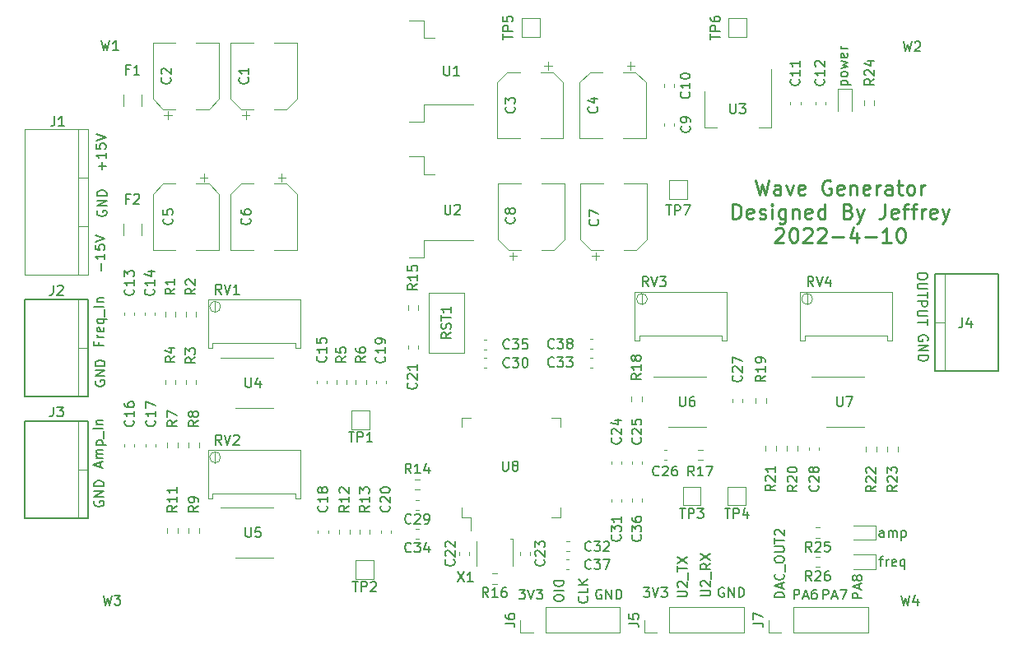
<source format=gbr>
%TF.GenerationSoftware,KiCad,Pcbnew,(6.0.2)*%
%TF.CreationDate,2022-04-24T18:21:00+08:00*%
%TF.ProjectId,wave_generator,77617665-5f67-4656-9e65-7261746f722e,rev?*%
%TF.SameCoordinates,Original*%
%TF.FileFunction,Legend,Top*%
%TF.FilePolarity,Positive*%
%FSLAX46Y46*%
G04 Gerber Fmt 4.6, Leading zero omitted, Abs format (unit mm)*
G04 Created by KiCad (PCBNEW (6.0.2)) date 2022-04-24 18:21:00*
%MOMM*%
%LPD*%
G01*
G04 APERTURE LIST*
%ADD10C,0.150000*%
%ADD11C,0.254000*%
%ADD12C,0.120000*%
G04 APERTURE END LIST*
D10*
X186052390Y-125766671D02*
X185052390Y-125766671D01*
X185052390Y-125385719D01*
X185100010Y-125290481D01*
X185147629Y-125242862D01*
X185242867Y-125195243D01*
X185385724Y-125195243D01*
X185480962Y-125242862D01*
X185528581Y-125290481D01*
X185576200Y-125385719D01*
X185576200Y-125766671D01*
X185766676Y-124814290D02*
X185766676Y-124338100D01*
X186052390Y-124909528D02*
X185052390Y-124576195D01*
X186052390Y-124242862D01*
X185480962Y-123766671D02*
X185433343Y-123861909D01*
X185385724Y-123909528D01*
X185290486Y-123957147D01*
X185242867Y-123957147D01*
X185147629Y-123909528D01*
X185100010Y-123861909D01*
X185052390Y-123766671D01*
X185052390Y-123576195D01*
X185100010Y-123480957D01*
X185147629Y-123433338D01*
X185242867Y-123385719D01*
X185290486Y-123385719D01*
X185385724Y-123433338D01*
X185433343Y-123480957D01*
X185480962Y-123576195D01*
X185480962Y-123766671D01*
X185528581Y-123861909D01*
X185576200Y-123909528D01*
X185671438Y-123957147D01*
X185861914Y-123957147D01*
X185957152Y-123909528D01*
X186004771Y-123861909D01*
X186052390Y-123766671D01*
X186052390Y-123576195D01*
X186004771Y-123480957D01*
X185957152Y-123433338D01*
X185861914Y-123385719D01*
X185671438Y-123385719D01*
X185576200Y-123433338D01*
X185528581Y-123480957D01*
X185480962Y-123576195D01*
X107666666Y-112228571D02*
X107666666Y-111752380D01*
X107952380Y-112323809D02*
X106952380Y-111990476D01*
X107952380Y-111657142D01*
X107952380Y-111323809D02*
X107285714Y-111323809D01*
X107380952Y-111323809D02*
X107333333Y-111276190D01*
X107285714Y-111180952D01*
X107285714Y-111038095D01*
X107333333Y-110942857D01*
X107428571Y-110895238D01*
X107952380Y-110895238D01*
X107428571Y-110895238D02*
X107333333Y-110847619D01*
X107285714Y-110752380D01*
X107285714Y-110609523D01*
X107333333Y-110514285D01*
X107428571Y-110466666D01*
X107952380Y-110466666D01*
X107285714Y-109990476D02*
X108285714Y-109990476D01*
X107333333Y-109990476D02*
X107285714Y-109895238D01*
X107285714Y-109704761D01*
X107333333Y-109609523D01*
X107380952Y-109561904D01*
X107476190Y-109514285D01*
X107761904Y-109514285D01*
X107857142Y-109561904D01*
X107904761Y-109609523D01*
X107952380Y-109704761D01*
X107952380Y-109895238D01*
X107904761Y-109990476D01*
X108047619Y-109323809D02*
X108047619Y-108561904D01*
X107952380Y-108323809D02*
X106952380Y-108323809D01*
X107285714Y-107847619D02*
X107952380Y-107847619D01*
X107380952Y-107847619D02*
X107333333Y-107800000D01*
X107285714Y-107704761D01*
X107285714Y-107561904D01*
X107333333Y-107466666D01*
X107428571Y-107419047D01*
X107952380Y-107419047D01*
X167052380Y-125600000D02*
X167861904Y-125600000D01*
X167957142Y-125552380D01*
X168004761Y-125504761D01*
X168052380Y-125409523D01*
X168052380Y-125219047D01*
X168004761Y-125123809D01*
X167957142Y-125076190D01*
X167861904Y-125028571D01*
X167052380Y-125028571D01*
X167147619Y-124600000D02*
X167100000Y-124552380D01*
X167052380Y-124457142D01*
X167052380Y-124219047D01*
X167100000Y-124123809D01*
X167147619Y-124076190D01*
X167242857Y-124028571D01*
X167338095Y-124028571D01*
X167480952Y-124076190D01*
X168052380Y-124647619D01*
X168052380Y-124028571D01*
X168147619Y-123838095D02*
X168147619Y-123076190D01*
X167052380Y-122980952D02*
X167052380Y-122409523D01*
X168052380Y-122695238D02*
X167052380Y-122695238D01*
X167052380Y-122171428D02*
X168052380Y-121504761D01*
X167052380Y-121504761D02*
X168052380Y-122171428D01*
X179033333Y-125852380D02*
X179033333Y-124852380D01*
X179414285Y-124852380D01*
X179509523Y-124900000D01*
X179557142Y-124947619D01*
X179604761Y-125042857D01*
X179604761Y-125185714D01*
X179557142Y-125280952D01*
X179509523Y-125328571D01*
X179414285Y-125376190D01*
X179033333Y-125376190D01*
X179985714Y-125566666D02*
X180461904Y-125566666D01*
X179890476Y-125852380D02*
X180223809Y-124852380D01*
X180557142Y-125852380D01*
X181319047Y-124852380D02*
X181128571Y-124852380D01*
X181033333Y-124900000D01*
X180985714Y-124947619D01*
X180890476Y-125090476D01*
X180842857Y-125280952D01*
X180842857Y-125661904D01*
X180890476Y-125757142D01*
X180938095Y-125804761D01*
X181033333Y-125852380D01*
X181223809Y-125852380D01*
X181319047Y-125804761D01*
X181366666Y-125757142D01*
X181414285Y-125661904D01*
X181414285Y-125423809D01*
X181366666Y-125328571D01*
X181319047Y-125280952D01*
X181223809Y-125233333D01*
X181033333Y-125233333D01*
X180938095Y-125280952D01*
X180890476Y-125328571D01*
X180842857Y-125423809D01*
X150761904Y-124852380D02*
X151380952Y-124852380D01*
X151047619Y-125233333D01*
X151190476Y-125233333D01*
X151285714Y-125280952D01*
X151333333Y-125328571D01*
X151380952Y-125423809D01*
X151380952Y-125661904D01*
X151333333Y-125757142D01*
X151285714Y-125804761D01*
X151190476Y-125852380D01*
X150904761Y-125852380D01*
X150809523Y-125804761D01*
X150761904Y-125757142D01*
X151666666Y-124852380D02*
X152000000Y-125852380D01*
X152333333Y-124852380D01*
X152571428Y-124852380D02*
X153190476Y-124852380D01*
X152857142Y-125233333D01*
X153000000Y-125233333D01*
X153095238Y-125280952D01*
X153142857Y-125328571D01*
X153190476Y-125423809D01*
X153190476Y-125661904D01*
X153142857Y-125757142D01*
X153095238Y-125804761D01*
X153000000Y-125852380D01*
X152714285Y-125852380D01*
X152619047Y-125804761D01*
X152571428Y-125757142D01*
X169452370Y-125519054D02*
X170261894Y-125519054D01*
X170357132Y-125471435D01*
X170404751Y-125423816D01*
X170452370Y-125328578D01*
X170452370Y-125138102D01*
X170404751Y-125042864D01*
X170357132Y-124995245D01*
X170261894Y-124947626D01*
X169452370Y-124947626D01*
X169547609Y-124519054D02*
X169499990Y-124471435D01*
X169452370Y-124376197D01*
X169452370Y-124138102D01*
X169499990Y-124042864D01*
X169547609Y-123995245D01*
X169642847Y-123947626D01*
X169738085Y-123947626D01*
X169880942Y-123995245D01*
X170452370Y-124566673D01*
X170452370Y-123947626D01*
X170547609Y-123757149D02*
X170547609Y-122995245D01*
X170452370Y-122185721D02*
X169976180Y-122519054D01*
X170452370Y-122757149D02*
X169452370Y-122757149D01*
X169452370Y-122376197D01*
X169499990Y-122280959D01*
X169547609Y-122233340D01*
X169642847Y-122185721D01*
X169785704Y-122185721D01*
X169880942Y-122233340D01*
X169928561Y-122280959D01*
X169976180Y-122376197D01*
X169976180Y-122757149D01*
X169452370Y-121852387D02*
X170452370Y-121185721D01*
X169452370Y-121185721D02*
X170452370Y-121852387D01*
X107100000Y-115761904D02*
X107052380Y-115857142D01*
X107052380Y-116000000D01*
X107100000Y-116142857D01*
X107195238Y-116238095D01*
X107290476Y-116285714D01*
X107480952Y-116333333D01*
X107623809Y-116333333D01*
X107814285Y-116285714D01*
X107909523Y-116238095D01*
X108004761Y-116142857D01*
X108052380Y-116000000D01*
X108052380Y-115904761D01*
X108004761Y-115761904D01*
X107957142Y-115714285D01*
X107623809Y-115714285D01*
X107623809Y-115904761D01*
X108052380Y-115285714D02*
X107052380Y-115285714D01*
X108052380Y-114714285D01*
X107052380Y-114714285D01*
X108052380Y-114238095D02*
X107052380Y-114238095D01*
X107052380Y-114000000D01*
X107100000Y-113857142D01*
X107195238Y-113761904D01*
X107290476Y-113714285D01*
X107480952Y-113666666D01*
X107623809Y-113666666D01*
X107814285Y-113714285D01*
X107909523Y-113761904D01*
X108004761Y-113857142D01*
X108052380Y-114000000D01*
X108052380Y-114238095D01*
X178052380Y-125676190D02*
X177052380Y-125676190D01*
X177052380Y-125438095D01*
X177100000Y-125295238D01*
X177195238Y-125200000D01*
X177290476Y-125152380D01*
X177480952Y-125104761D01*
X177623809Y-125104761D01*
X177814285Y-125152380D01*
X177909523Y-125200000D01*
X178004761Y-125295238D01*
X178052380Y-125438095D01*
X178052380Y-125676190D01*
X177766666Y-124723809D02*
X177766666Y-124247619D01*
X178052380Y-124819047D02*
X177052380Y-124485714D01*
X178052380Y-124152380D01*
X177957142Y-123247619D02*
X178004761Y-123295238D01*
X178052380Y-123438095D01*
X178052380Y-123533333D01*
X178004761Y-123676190D01*
X177909523Y-123771428D01*
X177814285Y-123819047D01*
X177623809Y-123866666D01*
X177480952Y-123866666D01*
X177290476Y-123819047D01*
X177195238Y-123771428D01*
X177100000Y-123676190D01*
X177052380Y-123533333D01*
X177052380Y-123438095D01*
X177100000Y-123295238D01*
X177147619Y-123247619D01*
X178147619Y-123057142D02*
X178147619Y-122295238D01*
X177052380Y-121866666D02*
X177052380Y-121676190D01*
X177100000Y-121580952D01*
X177195238Y-121485714D01*
X177385714Y-121438095D01*
X177719047Y-121438095D01*
X177909523Y-121485714D01*
X178004761Y-121580952D01*
X178052380Y-121676190D01*
X178052380Y-121866666D01*
X178004761Y-121961904D01*
X177909523Y-122057142D01*
X177719047Y-122104761D01*
X177385714Y-122104761D01*
X177195238Y-122057142D01*
X177100000Y-121961904D01*
X177052380Y-121866666D01*
X177052380Y-121009523D02*
X177861904Y-121009523D01*
X177957142Y-120961904D01*
X178004761Y-120914285D01*
X178052380Y-120819047D01*
X178052380Y-120628571D01*
X178004761Y-120533333D01*
X177957142Y-120485714D01*
X177861904Y-120438095D01*
X177052380Y-120438095D01*
X177052380Y-120104761D02*
X177052380Y-119533333D01*
X178052380Y-119819047D02*
X177052380Y-119819047D01*
X177147619Y-119247619D02*
X177100000Y-119200000D01*
X177052380Y-119104761D01*
X177052380Y-118866666D01*
X177100000Y-118771428D01*
X177147619Y-118723809D01*
X177242857Y-118676190D01*
X177338095Y-118676190D01*
X177480952Y-118723809D01*
X178052380Y-119295238D01*
X178052380Y-118676190D01*
X157757142Y-125595238D02*
X157804761Y-125642857D01*
X157852380Y-125785714D01*
X157852380Y-125880952D01*
X157804761Y-126023809D01*
X157709523Y-126119047D01*
X157614285Y-126166666D01*
X157423809Y-126214285D01*
X157280952Y-126214285D01*
X157090476Y-126166666D01*
X156995238Y-126119047D01*
X156900000Y-126023809D01*
X156852380Y-125880952D01*
X156852380Y-125785714D01*
X156900000Y-125642857D01*
X156947619Y-125595238D01*
X157852380Y-124690476D02*
X157852380Y-125166666D01*
X156852380Y-125166666D01*
X157852380Y-124357142D02*
X156852380Y-124357142D01*
X157852380Y-123785714D02*
X157280952Y-124214285D01*
X156852380Y-123785714D02*
X157423809Y-124357142D01*
X192800000Y-99238095D02*
X192847619Y-99142857D01*
X192847619Y-99000000D01*
X192800000Y-98857142D01*
X192704761Y-98761904D01*
X192609523Y-98714285D01*
X192419047Y-98666666D01*
X192276190Y-98666666D01*
X192085714Y-98714285D01*
X191990476Y-98761904D01*
X191895238Y-98857142D01*
X191847619Y-99000000D01*
X191847619Y-99095238D01*
X191895238Y-99238095D01*
X191942857Y-99285714D01*
X192276190Y-99285714D01*
X192276190Y-99095238D01*
X191847619Y-99714285D02*
X192847619Y-99714285D01*
X191847619Y-100285714D01*
X192847619Y-100285714D01*
X191847619Y-100761904D02*
X192847619Y-100761904D01*
X192847619Y-101000000D01*
X192800000Y-101142857D01*
X192704761Y-101238095D01*
X192609523Y-101285714D01*
X192419047Y-101333333D01*
X192276190Y-101333333D01*
X192085714Y-101285714D01*
X191990476Y-101238095D01*
X191895238Y-101142857D01*
X191847619Y-101000000D01*
X191847619Y-100761904D01*
X159238095Y-124900000D02*
X159142857Y-124852380D01*
X159000000Y-124852380D01*
X158857142Y-124900000D01*
X158761904Y-124995238D01*
X158714285Y-125090476D01*
X158666666Y-125280952D01*
X158666666Y-125423809D01*
X158714285Y-125614285D01*
X158761904Y-125709523D01*
X158857142Y-125804761D01*
X159000000Y-125852380D01*
X159095238Y-125852380D01*
X159238095Y-125804761D01*
X159285714Y-125757142D01*
X159285714Y-125423809D01*
X159095238Y-125423809D01*
X159714285Y-125852380D02*
X159714285Y-124852380D01*
X160285714Y-125852380D01*
X160285714Y-124852380D01*
X160761904Y-125852380D02*
X160761904Y-124852380D01*
X161000000Y-124852380D01*
X161142857Y-124900000D01*
X161238095Y-124995238D01*
X161285714Y-125090476D01*
X161333333Y-125280952D01*
X161333333Y-125423809D01*
X161285714Y-125614285D01*
X161238095Y-125709523D01*
X161142857Y-125804761D01*
X161000000Y-125852380D01*
X160761904Y-125852380D01*
D11*
X175127714Y-82711788D02*
X175490571Y-84235788D01*
X175780857Y-83147217D01*
X176071142Y-84235788D01*
X176434000Y-82711788D01*
X177667714Y-84235788D02*
X177667714Y-83437502D01*
X177595142Y-83292360D01*
X177450000Y-83219788D01*
X177159714Y-83219788D01*
X177014571Y-83292360D01*
X177667714Y-84163217D02*
X177522571Y-84235788D01*
X177159714Y-84235788D01*
X177014571Y-84163217D01*
X176942000Y-84018074D01*
X176942000Y-83872931D01*
X177014571Y-83727788D01*
X177159714Y-83655217D01*
X177522571Y-83655217D01*
X177667714Y-83582645D01*
X178248285Y-83219788D02*
X178611142Y-84235788D01*
X178974000Y-83219788D01*
X180135142Y-84163217D02*
X179990000Y-84235788D01*
X179699714Y-84235788D01*
X179554571Y-84163217D01*
X179482000Y-84018074D01*
X179482000Y-83437502D01*
X179554571Y-83292360D01*
X179699714Y-83219788D01*
X179990000Y-83219788D01*
X180135142Y-83292360D01*
X180207714Y-83437502D01*
X180207714Y-83582645D01*
X179482000Y-83727788D01*
X182820285Y-82784360D02*
X182675142Y-82711788D01*
X182457428Y-82711788D01*
X182239714Y-82784360D01*
X182094571Y-82929502D01*
X182022000Y-83074645D01*
X181949428Y-83364931D01*
X181949428Y-83582645D01*
X182022000Y-83872931D01*
X182094571Y-84018074D01*
X182239714Y-84163217D01*
X182457428Y-84235788D01*
X182602571Y-84235788D01*
X182820285Y-84163217D01*
X182892857Y-84090645D01*
X182892857Y-83582645D01*
X182602571Y-83582645D01*
X184126571Y-84163217D02*
X183981428Y-84235788D01*
X183691142Y-84235788D01*
X183546000Y-84163217D01*
X183473428Y-84018074D01*
X183473428Y-83437502D01*
X183546000Y-83292360D01*
X183691142Y-83219788D01*
X183981428Y-83219788D01*
X184126571Y-83292360D01*
X184199142Y-83437502D01*
X184199142Y-83582645D01*
X183473428Y-83727788D01*
X184852285Y-83219788D02*
X184852285Y-84235788D01*
X184852285Y-83364931D02*
X184924857Y-83292360D01*
X185070000Y-83219788D01*
X185287714Y-83219788D01*
X185432857Y-83292360D01*
X185505428Y-83437502D01*
X185505428Y-84235788D01*
X186811714Y-84163217D02*
X186666571Y-84235788D01*
X186376285Y-84235788D01*
X186231142Y-84163217D01*
X186158571Y-84018074D01*
X186158571Y-83437502D01*
X186231142Y-83292360D01*
X186376285Y-83219788D01*
X186666571Y-83219788D01*
X186811714Y-83292360D01*
X186884285Y-83437502D01*
X186884285Y-83582645D01*
X186158571Y-83727788D01*
X187537428Y-84235788D02*
X187537428Y-83219788D01*
X187537428Y-83510074D02*
X187610000Y-83364931D01*
X187682571Y-83292360D01*
X187827714Y-83219788D01*
X187972857Y-83219788D01*
X189134000Y-84235788D02*
X189134000Y-83437502D01*
X189061428Y-83292360D01*
X188916285Y-83219788D01*
X188626000Y-83219788D01*
X188480857Y-83292360D01*
X189134000Y-84163217D02*
X188988857Y-84235788D01*
X188626000Y-84235788D01*
X188480857Y-84163217D01*
X188408285Y-84018074D01*
X188408285Y-83872931D01*
X188480857Y-83727788D01*
X188626000Y-83655217D01*
X188988857Y-83655217D01*
X189134000Y-83582645D01*
X189642000Y-83219788D02*
X190222571Y-83219788D01*
X189859714Y-82711788D02*
X189859714Y-84018074D01*
X189932285Y-84163217D01*
X190077428Y-84235788D01*
X190222571Y-84235788D01*
X190948285Y-84235788D02*
X190803142Y-84163217D01*
X190730571Y-84090645D01*
X190658000Y-83945502D01*
X190658000Y-83510074D01*
X190730571Y-83364931D01*
X190803142Y-83292360D01*
X190948285Y-83219788D01*
X191166000Y-83219788D01*
X191311142Y-83292360D01*
X191383714Y-83364931D01*
X191456285Y-83510074D01*
X191456285Y-83945502D01*
X191383714Y-84090645D01*
X191311142Y-84163217D01*
X191166000Y-84235788D01*
X190948285Y-84235788D01*
X192109428Y-84235788D02*
X192109428Y-83219788D01*
X192109428Y-83510074D02*
X192182000Y-83364931D01*
X192254571Y-83292360D01*
X192399714Y-83219788D01*
X192544857Y-83219788D01*
X172732857Y-86689428D02*
X172732857Y-85165428D01*
X173095714Y-85165428D01*
X173313428Y-85238000D01*
X173458571Y-85383142D01*
X173531142Y-85528285D01*
X173603714Y-85818571D01*
X173603714Y-86036285D01*
X173531142Y-86326571D01*
X173458571Y-86471714D01*
X173313428Y-86616857D01*
X173095714Y-86689428D01*
X172732857Y-86689428D01*
X174837428Y-86616857D02*
X174692285Y-86689428D01*
X174402000Y-86689428D01*
X174256857Y-86616857D01*
X174184285Y-86471714D01*
X174184285Y-85891142D01*
X174256857Y-85746000D01*
X174402000Y-85673428D01*
X174692285Y-85673428D01*
X174837428Y-85746000D01*
X174910000Y-85891142D01*
X174910000Y-86036285D01*
X174184285Y-86181428D01*
X175490571Y-86616857D02*
X175635714Y-86689428D01*
X175926000Y-86689428D01*
X176071142Y-86616857D01*
X176143714Y-86471714D01*
X176143714Y-86399142D01*
X176071142Y-86254000D01*
X175926000Y-86181428D01*
X175708285Y-86181428D01*
X175563142Y-86108857D01*
X175490571Y-85963714D01*
X175490571Y-85891142D01*
X175563142Y-85746000D01*
X175708285Y-85673428D01*
X175926000Y-85673428D01*
X176071142Y-85746000D01*
X176796857Y-86689428D02*
X176796857Y-85673428D01*
X176796857Y-85165428D02*
X176724285Y-85238000D01*
X176796857Y-85310571D01*
X176869428Y-85238000D01*
X176796857Y-85165428D01*
X176796857Y-85310571D01*
X178175714Y-85673428D02*
X178175714Y-86907142D01*
X178103142Y-87052285D01*
X178030571Y-87124857D01*
X177885428Y-87197428D01*
X177667714Y-87197428D01*
X177522571Y-87124857D01*
X178175714Y-86616857D02*
X178030571Y-86689428D01*
X177740285Y-86689428D01*
X177595142Y-86616857D01*
X177522571Y-86544285D01*
X177450000Y-86399142D01*
X177450000Y-85963714D01*
X177522571Y-85818571D01*
X177595142Y-85746000D01*
X177740285Y-85673428D01*
X178030571Y-85673428D01*
X178175714Y-85746000D01*
X178901428Y-85673428D02*
X178901428Y-86689428D01*
X178901428Y-85818571D02*
X178974000Y-85746000D01*
X179119142Y-85673428D01*
X179336857Y-85673428D01*
X179482000Y-85746000D01*
X179554571Y-85891142D01*
X179554571Y-86689428D01*
X180860857Y-86616857D02*
X180715714Y-86689428D01*
X180425428Y-86689428D01*
X180280285Y-86616857D01*
X180207714Y-86471714D01*
X180207714Y-85891142D01*
X180280285Y-85746000D01*
X180425428Y-85673428D01*
X180715714Y-85673428D01*
X180860857Y-85746000D01*
X180933428Y-85891142D01*
X180933428Y-86036285D01*
X180207714Y-86181428D01*
X182239714Y-86689428D02*
X182239714Y-85165428D01*
X182239714Y-86616857D02*
X182094571Y-86689428D01*
X181804285Y-86689428D01*
X181659142Y-86616857D01*
X181586571Y-86544285D01*
X181514000Y-86399142D01*
X181514000Y-85963714D01*
X181586571Y-85818571D01*
X181659142Y-85746000D01*
X181804285Y-85673428D01*
X182094571Y-85673428D01*
X182239714Y-85746000D01*
X184634571Y-85891142D02*
X184852285Y-85963714D01*
X184924857Y-86036285D01*
X184997428Y-86181428D01*
X184997428Y-86399142D01*
X184924857Y-86544285D01*
X184852285Y-86616857D01*
X184707142Y-86689428D01*
X184126571Y-86689428D01*
X184126571Y-85165428D01*
X184634571Y-85165428D01*
X184779714Y-85238000D01*
X184852285Y-85310571D01*
X184924857Y-85455714D01*
X184924857Y-85600857D01*
X184852285Y-85746000D01*
X184779714Y-85818571D01*
X184634571Y-85891142D01*
X184126571Y-85891142D01*
X185505428Y-85673428D02*
X185868285Y-86689428D01*
X186231142Y-85673428D02*
X185868285Y-86689428D01*
X185723142Y-87052285D01*
X185650571Y-87124857D01*
X185505428Y-87197428D01*
X188408285Y-85165428D02*
X188408285Y-86254000D01*
X188335714Y-86471714D01*
X188190571Y-86616857D01*
X187972857Y-86689428D01*
X187827714Y-86689428D01*
X189714571Y-86616857D02*
X189569428Y-86689428D01*
X189279142Y-86689428D01*
X189134000Y-86616857D01*
X189061428Y-86471714D01*
X189061428Y-85891142D01*
X189134000Y-85746000D01*
X189279142Y-85673428D01*
X189569428Y-85673428D01*
X189714571Y-85746000D01*
X189787142Y-85891142D01*
X189787142Y-86036285D01*
X189061428Y-86181428D01*
X190222571Y-85673428D02*
X190803142Y-85673428D01*
X190440285Y-86689428D02*
X190440285Y-85383142D01*
X190512857Y-85238000D01*
X190658000Y-85165428D01*
X190803142Y-85165428D01*
X191093428Y-85673428D02*
X191674000Y-85673428D01*
X191311142Y-86689428D02*
X191311142Y-85383142D01*
X191383714Y-85238000D01*
X191528857Y-85165428D01*
X191674000Y-85165428D01*
X192182000Y-86689428D02*
X192182000Y-85673428D01*
X192182000Y-85963714D02*
X192254571Y-85818571D01*
X192327142Y-85746000D01*
X192472285Y-85673428D01*
X192617428Y-85673428D01*
X193706000Y-86616857D02*
X193560857Y-86689428D01*
X193270571Y-86689428D01*
X193125428Y-86616857D01*
X193052857Y-86471714D01*
X193052857Y-85891142D01*
X193125428Y-85746000D01*
X193270571Y-85673428D01*
X193560857Y-85673428D01*
X193706000Y-85746000D01*
X193778571Y-85891142D01*
X193778571Y-86036285D01*
X193052857Y-86181428D01*
X194286571Y-85673428D02*
X194649428Y-86689428D01*
X195012285Y-85673428D02*
X194649428Y-86689428D01*
X194504285Y-87052285D01*
X194431714Y-87124857D01*
X194286571Y-87197428D01*
X177123428Y-87764211D02*
X177196000Y-87691640D01*
X177341142Y-87619068D01*
X177704000Y-87619068D01*
X177849142Y-87691640D01*
X177921714Y-87764211D01*
X177994285Y-87909354D01*
X177994285Y-88054497D01*
X177921714Y-88272211D01*
X177050857Y-89143068D01*
X177994285Y-89143068D01*
X178937714Y-87619068D02*
X179082857Y-87619068D01*
X179228000Y-87691640D01*
X179300571Y-87764211D01*
X179373142Y-87909354D01*
X179445714Y-88199640D01*
X179445714Y-88562497D01*
X179373142Y-88852782D01*
X179300571Y-88997925D01*
X179228000Y-89070497D01*
X179082857Y-89143068D01*
X178937714Y-89143068D01*
X178792571Y-89070497D01*
X178720000Y-88997925D01*
X178647428Y-88852782D01*
X178574857Y-88562497D01*
X178574857Y-88199640D01*
X178647428Y-87909354D01*
X178720000Y-87764211D01*
X178792571Y-87691640D01*
X178937714Y-87619068D01*
X180026285Y-87764211D02*
X180098857Y-87691640D01*
X180244000Y-87619068D01*
X180606857Y-87619068D01*
X180752000Y-87691640D01*
X180824571Y-87764211D01*
X180897142Y-87909354D01*
X180897142Y-88054497D01*
X180824571Y-88272211D01*
X179953714Y-89143068D01*
X180897142Y-89143068D01*
X181477714Y-87764211D02*
X181550285Y-87691640D01*
X181695428Y-87619068D01*
X182058285Y-87619068D01*
X182203428Y-87691640D01*
X182276000Y-87764211D01*
X182348571Y-87909354D01*
X182348571Y-88054497D01*
X182276000Y-88272211D01*
X181405142Y-89143068D01*
X182348571Y-89143068D01*
X183001714Y-88562497D02*
X184162857Y-88562497D01*
X185541714Y-88127068D02*
X185541714Y-89143068D01*
X185178857Y-87546497D02*
X184816000Y-88635068D01*
X185759428Y-88635068D01*
X186340000Y-88562497D02*
X187501142Y-88562497D01*
X189025142Y-89143068D02*
X188154285Y-89143068D01*
X188589714Y-89143068D02*
X188589714Y-87619068D01*
X188444571Y-87836782D01*
X188299428Y-87981925D01*
X188154285Y-88054497D01*
X189968571Y-87619068D02*
X190113714Y-87619068D01*
X190258857Y-87691640D01*
X190331428Y-87764211D01*
X190404000Y-87909354D01*
X190476571Y-88199640D01*
X190476571Y-88562497D01*
X190404000Y-88852782D01*
X190331428Y-88997925D01*
X190258857Y-89070497D01*
X190113714Y-89143068D01*
X189968571Y-89143068D01*
X189823428Y-89070497D01*
X189750857Y-88997925D01*
X189678285Y-88852782D01*
X189605714Y-88562497D01*
X189605714Y-88199640D01*
X189678285Y-87909354D01*
X189750857Y-87764211D01*
X189823428Y-87691640D01*
X189968571Y-87619068D01*
D10*
X107528571Y-99419047D02*
X107528571Y-99752380D01*
X108052380Y-99752380D02*
X107052380Y-99752380D01*
X107052380Y-99276190D01*
X108052380Y-98895238D02*
X107385714Y-98895238D01*
X107576190Y-98895238D02*
X107480952Y-98847619D01*
X107433333Y-98800000D01*
X107385714Y-98704761D01*
X107385714Y-98609523D01*
X108004761Y-97895238D02*
X108052380Y-97990476D01*
X108052380Y-98180952D01*
X108004761Y-98276190D01*
X107909523Y-98323809D01*
X107528571Y-98323809D01*
X107433333Y-98276190D01*
X107385714Y-98180952D01*
X107385714Y-97990476D01*
X107433333Y-97895238D01*
X107528571Y-97847619D01*
X107623809Y-97847619D01*
X107719047Y-98323809D01*
X107385714Y-96990476D02*
X108385714Y-96990476D01*
X108004761Y-96990476D02*
X108052380Y-97085714D01*
X108052380Y-97276190D01*
X108004761Y-97371428D01*
X107957142Y-97419047D01*
X107861904Y-97466666D01*
X107576190Y-97466666D01*
X107480952Y-97419047D01*
X107433333Y-97371428D01*
X107385714Y-97276190D01*
X107385714Y-97085714D01*
X107433333Y-96990476D01*
X108147619Y-96752380D02*
X108147619Y-95990476D01*
X108052380Y-95752380D02*
X107052380Y-95752380D01*
X107385714Y-95276190D02*
X108052380Y-95276190D01*
X107480952Y-95276190D02*
X107433333Y-95228571D01*
X107385714Y-95133333D01*
X107385714Y-94990476D01*
X107433333Y-94895238D01*
X107528571Y-94847619D01*
X108052380Y-94847619D01*
X154347619Y-123976190D02*
X155347619Y-123976190D01*
X155347619Y-124214285D01*
X155300000Y-124357142D01*
X155204761Y-124452380D01*
X155109523Y-124500000D01*
X154919047Y-124547619D01*
X154776190Y-124547619D01*
X154585714Y-124500000D01*
X154490476Y-124452380D01*
X154395238Y-124357142D01*
X154347619Y-124214285D01*
X154347619Y-123976190D01*
X154347619Y-124976190D02*
X155347619Y-124976190D01*
X155347619Y-125642857D02*
X155347619Y-125833333D01*
X155300000Y-125928571D01*
X155204761Y-126023809D01*
X155014285Y-126071428D01*
X154680952Y-126071428D01*
X154490476Y-126023809D01*
X154395238Y-125928571D01*
X154347619Y-125833333D01*
X154347619Y-125642857D01*
X154395238Y-125547619D01*
X154490476Y-125452380D01*
X154680952Y-125404761D01*
X155014285Y-125404761D01*
X155204761Y-125452380D01*
X155300000Y-125547619D01*
X155347619Y-125642857D01*
X171838095Y-124700000D02*
X171742857Y-124652380D01*
X171600000Y-124652380D01*
X171457142Y-124700000D01*
X171361904Y-124795238D01*
X171314285Y-124890476D01*
X171266666Y-125080952D01*
X171266666Y-125223809D01*
X171314285Y-125414285D01*
X171361904Y-125509523D01*
X171457142Y-125604761D01*
X171600000Y-125652380D01*
X171695238Y-125652380D01*
X171838095Y-125604761D01*
X171885714Y-125557142D01*
X171885714Y-125223809D01*
X171695238Y-125223809D01*
X172314285Y-125652380D02*
X172314285Y-124652380D01*
X172885714Y-125652380D01*
X172885714Y-124652380D01*
X173361904Y-125652380D02*
X173361904Y-124652380D01*
X173600000Y-124652380D01*
X173742857Y-124700000D01*
X173838095Y-124795238D01*
X173885714Y-124890476D01*
X173933333Y-125080952D01*
X173933333Y-125223809D01*
X173885714Y-125414285D01*
X173838095Y-125509523D01*
X173742857Y-125604761D01*
X173600000Y-125652380D01*
X173361904Y-125652380D01*
X163561904Y-124652380D02*
X164180952Y-124652380D01*
X163847619Y-125033333D01*
X163990476Y-125033333D01*
X164085714Y-125080952D01*
X164133333Y-125128571D01*
X164180952Y-125223809D01*
X164180952Y-125461904D01*
X164133333Y-125557142D01*
X164085714Y-125604761D01*
X163990476Y-125652380D01*
X163704761Y-125652380D01*
X163609523Y-125604761D01*
X163561904Y-125557142D01*
X164466666Y-124652380D02*
X164800000Y-125652380D01*
X165133333Y-124652380D01*
X165371428Y-124652380D02*
X165990476Y-124652380D01*
X165657142Y-125033333D01*
X165800000Y-125033333D01*
X165895238Y-125080952D01*
X165942857Y-125128571D01*
X165990476Y-125223809D01*
X165990476Y-125461904D01*
X165942857Y-125557142D01*
X165895238Y-125604761D01*
X165800000Y-125652380D01*
X165514285Y-125652380D01*
X165419047Y-125604761D01*
X165371428Y-125557142D01*
X182033322Y-125852383D02*
X182033322Y-124852383D01*
X182414274Y-124852383D01*
X182509512Y-124900003D01*
X182557131Y-124947622D01*
X182604750Y-125042860D01*
X182604750Y-125185717D01*
X182557131Y-125280955D01*
X182509512Y-125328574D01*
X182414274Y-125376193D01*
X182033322Y-125376193D01*
X182985703Y-125566669D02*
X183461893Y-125566669D01*
X182890465Y-125852383D02*
X183223798Y-124852383D01*
X183557131Y-125852383D01*
X183795227Y-124852383D02*
X184461893Y-124852383D01*
X184033322Y-125852383D01*
X107871428Y-81661904D02*
X107871428Y-80900000D01*
X108252380Y-81280952D02*
X107490476Y-81280952D01*
X108252380Y-79900000D02*
X108252380Y-80471428D01*
X108252380Y-80185714D02*
X107252380Y-80185714D01*
X107395238Y-80280952D01*
X107490476Y-80376190D01*
X107538095Y-80471428D01*
X107252380Y-78995238D02*
X107252380Y-79471428D01*
X107728571Y-79519047D01*
X107680952Y-79471428D01*
X107633333Y-79376190D01*
X107633333Y-79138095D01*
X107680952Y-79042857D01*
X107728571Y-78995238D01*
X107823809Y-78947619D01*
X108061904Y-78947619D01*
X108157142Y-78995238D01*
X108204761Y-79042857D01*
X108252380Y-79138095D01*
X108252380Y-79376190D01*
X108204761Y-79471428D01*
X108157142Y-79519047D01*
X107252380Y-78661904D02*
X108252380Y-78328571D01*
X107252380Y-77995238D01*
X107200000Y-103361904D02*
X107152380Y-103457142D01*
X107152380Y-103600000D01*
X107200000Y-103742857D01*
X107295238Y-103838095D01*
X107390476Y-103885714D01*
X107580952Y-103933333D01*
X107723809Y-103933333D01*
X107914285Y-103885714D01*
X108009523Y-103838095D01*
X108104761Y-103742857D01*
X108152380Y-103600000D01*
X108152380Y-103504761D01*
X108104761Y-103361904D01*
X108057142Y-103314285D01*
X107723809Y-103314285D01*
X107723809Y-103504761D01*
X108152380Y-102885714D02*
X107152380Y-102885714D01*
X108152380Y-102314285D01*
X107152380Y-102314285D01*
X108152380Y-101838095D02*
X107152380Y-101838095D01*
X107152380Y-101600000D01*
X107200000Y-101457142D01*
X107295238Y-101361904D01*
X107390476Y-101314285D01*
X107580952Y-101266666D01*
X107723809Y-101266666D01*
X107914285Y-101314285D01*
X108009523Y-101361904D01*
X108104761Y-101457142D01*
X108152380Y-101600000D01*
X108152380Y-101838095D01*
X192747619Y-92495238D02*
X192747619Y-92685714D01*
X192700000Y-92780952D01*
X192604761Y-92876190D01*
X192414285Y-92923809D01*
X192080952Y-92923809D01*
X191890476Y-92876190D01*
X191795238Y-92780952D01*
X191747619Y-92685714D01*
X191747619Y-92495238D01*
X191795238Y-92400000D01*
X191890476Y-92304761D01*
X192080952Y-92257142D01*
X192414285Y-92257142D01*
X192604761Y-92304761D01*
X192700000Y-92400000D01*
X192747619Y-92495238D01*
X192747619Y-93352380D02*
X191938095Y-93352380D01*
X191842857Y-93400000D01*
X191795238Y-93447619D01*
X191747619Y-93542857D01*
X191747619Y-93733333D01*
X191795238Y-93828571D01*
X191842857Y-93876190D01*
X191938095Y-93923809D01*
X192747619Y-93923809D01*
X192747619Y-94257142D02*
X192747619Y-94828571D01*
X191747619Y-94542857D02*
X192747619Y-94542857D01*
X191747619Y-95161904D02*
X192747619Y-95161904D01*
X192747619Y-95542857D01*
X192700000Y-95638095D01*
X192652380Y-95685714D01*
X192557142Y-95733333D01*
X192414285Y-95733333D01*
X192319047Y-95685714D01*
X192271428Y-95638095D01*
X192223809Y-95542857D01*
X192223809Y-95161904D01*
X192747619Y-96161904D02*
X191938095Y-96161904D01*
X191842857Y-96209523D01*
X191795238Y-96257142D01*
X191747619Y-96352380D01*
X191747619Y-96542857D01*
X191795238Y-96638095D01*
X191842857Y-96685714D01*
X191938095Y-96733333D01*
X192747619Y-96733333D01*
X192747619Y-97066666D02*
X192747619Y-97638095D01*
X191747619Y-97352380D02*
X192747619Y-97352380D01*
X107771428Y-92061904D02*
X107771428Y-91300000D01*
X108152380Y-90300000D02*
X108152380Y-90871428D01*
X108152380Y-90585714D02*
X107152380Y-90585714D01*
X107295238Y-90680952D01*
X107390476Y-90776190D01*
X107438095Y-90871428D01*
X107152380Y-89395238D02*
X107152380Y-89871428D01*
X107628571Y-89919047D01*
X107580952Y-89871428D01*
X107533333Y-89776190D01*
X107533333Y-89538095D01*
X107580952Y-89442857D01*
X107628571Y-89395238D01*
X107723809Y-89347619D01*
X107961904Y-89347619D01*
X108057142Y-89395238D01*
X108104761Y-89442857D01*
X108152380Y-89538095D01*
X108152380Y-89776190D01*
X108104761Y-89871428D01*
X108057142Y-89919047D01*
X107152380Y-89061904D02*
X108152380Y-88728571D01*
X107152380Y-88395238D01*
X107400000Y-85861904D02*
X107352380Y-85957142D01*
X107352380Y-86100000D01*
X107400000Y-86242857D01*
X107495238Y-86338095D01*
X107590476Y-86385714D01*
X107780952Y-86433333D01*
X107923809Y-86433333D01*
X108114285Y-86385714D01*
X108209523Y-86338095D01*
X108304761Y-86242857D01*
X108352380Y-86100000D01*
X108352380Y-86004761D01*
X108304761Y-85861904D01*
X108257142Y-85814285D01*
X107923809Y-85814285D01*
X107923809Y-86004761D01*
X108352380Y-85385714D02*
X107352380Y-85385714D01*
X108352380Y-84814285D01*
X107352380Y-84814285D01*
X108352380Y-84338095D02*
X107352380Y-84338095D01*
X107352380Y-84100000D01*
X107400000Y-83957142D01*
X107495238Y-83861904D01*
X107590476Y-83814285D01*
X107780952Y-83766666D01*
X107923809Y-83766666D01*
X108114285Y-83814285D01*
X108209523Y-83861904D01*
X108304761Y-83957142D01*
X108352380Y-84100000D01*
X108352380Y-84338095D01*
%TO.C,C32*%
X158157142Y-120807142D02*
X158109523Y-120854761D01*
X157966666Y-120902380D01*
X157871428Y-120902380D01*
X157728571Y-120854761D01*
X157633333Y-120759523D01*
X157585714Y-120664285D01*
X157538095Y-120473809D01*
X157538095Y-120330952D01*
X157585714Y-120140476D01*
X157633333Y-120045238D01*
X157728571Y-119950000D01*
X157871428Y-119902380D01*
X157966666Y-119902380D01*
X158109523Y-119950000D01*
X158157142Y-119997619D01*
X158490476Y-119902380D02*
X159109523Y-119902380D01*
X158776190Y-120283333D01*
X158919047Y-120283333D01*
X159014285Y-120330952D01*
X159061904Y-120378571D01*
X159109523Y-120473809D01*
X159109523Y-120711904D01*
X159061904Y-120807142D01*
X159014285Y-120854761D01*
X158919047Y-120902380D01*
X158633333Y-120902380D01*
X158538095Y-120854761D01*
X158490476Y-120807142D01*
X159490476Y-119997619D02*
X159538095Y-119950000D01*
X159633333Y-119902380D01*
X159871428Y-119902380D01*
X159966666Y-119950000D01*
X160014285Y-119997619D01*
X160061904Y-120092857D01*
X160061904Y-120188095D01*
X160014285Y-120330952D01*
X159442857Y-120902380D01*
X160061904Y-120902380D01*
%TO.C,U8*%
X149088095Y-111652380D02*
X149088095Y-112461904D01*
X149135714Y-112557142D01*
X149183333Y-112604761D01*
X149278571Y-112652380D01*
X149469047Y-112652380D01*
X149564285Y-112604761D01*
X149611904Y-112557142D01*
X149659523Y-112461904D01*
X149659523Y-111652380D01*
X150278571Y-112080952D02*
X150183333Y-112033333D01*
X150135714Y-111985714D01*
X150088095Y-111890476D01*
X150088095Y-111842857D01*
X150135714Y-111747619D01*
X150183333Y-111700000D01*
X150278571Y-111652380D01*
X150469047Y-111652380D01*
X150564285Y-111700000D01*
X150611904Y-111747619D01*
X150659523Y-111842857D01*
X150659523Y-111890476D01*
X150611904Y-111985714D01*
X150564285Y-112033333D01*
X150469047Y-112080952D01*
X150278571Y-112080952D01*
X150183333Y-112128571D01*
X150135714Y-112176190D01*
X150088095Y-112271428D01*
X150088095Y-112461904D01*
X150135714Y-112557142D01*
X150183333Y-112604761D01*
X150278571Y-112652380D01*
X150469047Y-112652380D01*
X150564285Y-112604761D01*
X150611904Y-112557142D01*
X150659523Y-112461904D01*
X150659523Y-112271428D01*
X150611904Y-112176190D01*
X150564285Y-112128571D01*
X150469047Y-112080952D01*
%TO.C,R11*%
X115552380Y-116242857D02*
X115076190Y-116576190D01*
X115552380Y-116814285D02*
X114552380Y-116814285D01*
X114552380Y-116433333D01*
X114600000Y-116338095D01*
X114647619Y-116290476D01*
X114742857Y-116242857D01*
X114885714Y-116242857D01*
X114980952Y-116290476D01*
X115028571Y-116338095D01*
X115076190Y-116433333D01*
X115076190Y-116814285D01*
X115552380Y-115290476D02*
X115552380Y-115861904D01*
X115552380Y-115576190D02*
X114552380Y-115576190D01*
X114695238Y-115671428D01*
X114790476Y-115766666D01*
X114838095Y-115861904D01*
X115552380Y-114338095D02*
X115552380Y-114909523D01*
X115552380Y-114623809D02*
X114552380Y-114623809D01*
X114695238Y-114719047D01*
X114790476Y-114814285D01*
X114838095Y-114909523D01*
%TO.C,C33*%
X154357142Y-101857142D02*
X154309523Y-101904761D01*
X154166666Y-101952380D01*
X154071428Y-101952380D01*
X153928571Y-101904761D01*
X153833333Y-101809523D01*
X153785714Y-101714285D01*
X153738095Y-101523809D01*
X153738095Y-101380952D01*
X153785714Y-101190476D01*
X153833333Y-101095238D01*
X153928571Y-101000000D01*
X154071428Y-100952380D01*
X154166666Y-100952380D01*
X154309523Y-101000000D01*
X154357142Y-101047619D01*
X154690476Y-100952380D02*
X155309523Y-100952380D01*
X154976190Y-101333333D01*
X155119047Y-101333333D01*
X155214285Y-101380952D01*
X155261904Y-101428571D01*
X155309523Y-101523809D01*
X155309523Y-101761904D01*
X155261904Y-101857142D01*
X155214285Y-101904761D01*
X155119047Y-101952380D01*
X154833333Y-101952380D01*
X154738095Y-101904761D01*
X154690476Y-101857142D01*
X155642857Y-100952380D02*
X156261904Y-100952380D01*
X155928571Y-101333333D01*
X156071428Y-101333333D01*
X156166666Y-101380952D01*
X156214285Y-101428571D01*
X156261904Y-101523809D01*
X156261904Y-101761904D01*
X156214285Y-101857142D01*
X156166666Y-101904761D01*
X156071428Y-101952380D01*
X155785714Y-101952380D01*
X155690476Y-101904761D01*
X155642857Y-101857142D01*
%TO.C,C11*%
X179557142Y-72342857D02*
X179604761Y-72390476D01*
X179652380Y-72533333D01*
X179652380Y-72628571D01*
X179604761Y-72771428D01*
X179509523Y-72866666D01*
X179414285Y-72914285D01*
X179223809Y-72961904D01*
X179080952Y-72961904D01*
X178890476Y-72914285D01*
X178795238Y-72866666D01*
X178700000Y-72771428D01*
X178652380Y-72628571D01*
X178652380Y-72533333D01*
X178700000Y-72390476D01*
X178747619Y-72342857D01*
X179652380Y-71390476D02*
X179652380Y-71961904D01*
X179652380Y-71676190D02*
X178652380Y-71676190D01*
X178795238Y-71771428D01*
X178890476Y-71866666D01*
X178938095Y-71961904D01*
X179652380Y-70438095D02*
X179652380Y-71009523D01*
X179652380Y-70723809D02*
X178652380Y-70723809D01*
X178795238Y-70819047D01*
X178890476Y-70914285D01*
X178938095Y-71009523D01*
%TO.C,RST1*%
X143752380Y-98423809D02*
X143276190Y-98757142D01*
X143752380Y-98995238D02*
X142752380Y-98995238D01*
X142752380Y-98614285D01*
X142800000Y-98519047D01*
X142847619Y-98471428D01*
X142942857Y-98423809D01*
X143085714Y-98423809D01*
X143180952Y-98471428D01*
X143228571Y-98519047D01*
X143276190Y-98614285D01*
X143276190Y-98995238D01*
X143704761Y-98042857D02*
X143752380Y-97900000D01*
X143752380Y-97661904D01*
X143704761Y-97566666D01*
X143657142Y-97519047D01*
X143561904Y-97471428D01*
X143466666Y-97471428D01*
X143371428Y-97519047D01*
X143323809Y-97566666D01*
X143276190Y-97661904D01*
X143228571Y-97852380D01*
X143180952Y-97947619D01*
X143133333Y-97995238D01*
X143038095Y-98042857D01*
X142942857Y-98042857D01*
X142847619Y-97995238D01*
X142800000Y-97947619D01*
X142752380Y-97852380D01*
X142752380Y-97614285D01*
X142800000Y-97471428D01*
X142752380Y-97185714D02*
X142752380Y-96614285D01*
X143752380Y-96900000D02*
X142752380Y-96900000D01*
X143752380Y-95757142D02*
X143752380Y-96328571D01*
X143752380Y-96042857D02*
X142752380Y-96042857D01*
X142895238Y-96138095D01*
X142990476Y-96233333D01*
X143038095Y-96328571D01*
%TO.C,C24*%
X161157142Y-109242857D02*
X161204761Y-109290476D01*
X161252380Y-109433333D01*
X161252380Y-109528571D01*
X161204761Y-109671428D01*
X161109523Y-109766666D01*
X161014285Y-109814285D01*
X160823809Y-109861904D01*
X160680952Y-109861904D01*
X160490476Y-109814285D01*
X160395238Y-109766666D01*
X160300000Y-109671428D01*
X160252380Y-109528571D01*
X160252380Y-109433333D01*
X160300000Y-109290476D01*
X160347619Y-109242857D01*
X160347619Y-108861904D02*
X160300000Y-108814285D01*
X160252380Y-108719047D01*
X160252380Y-108480952D01*
X160300000Y-108385714D01*
X160347619Y-108338095D01*
X160442857Y-108290476D01*
X160538095Y-108290476D01*
X160680952Y-108338095D01*
X161252380Y-108909523D01*
X161252380Y-108290476D01*
X160585714Y-107433333D02*
X161252380Y-107433333D01*
X160204761Y-107671428D02*
X160919047Y-107909523D01*
X160919047Y-107290476D01*
%TO.C,U2*%
X143138095Y-85252380D02*
X143138095Y-86061904D01*
X143185714Y-86157142D01*
X143233333Y-86204761D01*
X143328571Y-86252380D01*
X143519047Y-86252380D01*
X143614285Y-86204761D01*
X143661904Y-86157142D01*
X143709523Y-86061904D01*
X143709523Y-85252380D01*
X144138095Y-85347619D02*
X144185714Y-85300000D01*
X144280952Y-85252380D01*
X144519047Y-85252380D01*
X144614285Y-85300000D01*
X144661904Y-85347619D01*
X144709523Y-85442857D01*
X144709523Y-85538095D01*
X144661904Y-85680952D01*
X144090476Y-86252380D01*
X144709523Y-86252380D01*
%TO.C,R4*%
X115352380Y-100866666D02*
X114876190Y-101200000D01*
X115352380Y-101438095D02*
X114352380Y-101438095D01*
X114352380Y-101057142D01*
X114400000Y-100961904D01*
X114447619Y-100914285D01*
X114542857Y-100866666D01*
X114685714Y-100866666D01*
X114780952Y-100914285D01*
X114828571Y-100961904D01*
X114876190Y-101057142D01*
X114876190Y-101438095D01*
X114685714Y-100009523D02*
X115352380Y-100009523D01*
X114304761Y-100247619D02*
X115019047Y-100485714D01*
X115019047Y-99866666D01*
%TO.C,RV3*%
X164054761Y-93652380D02*
X163721428Y-93176190D01*
X163483333Y-93652380D02*
X163483333Y-92652380D01*
X163864285Y-92652380D01*
X163959523Y-92700000D01*
X164007142Y-92747619D01*
X164054761Y-92842857D01*
X164054761Y-92985714D01*
X164007142Y-93080952D01*
X163959523Y-93128571D01*
X163864285Y-93176190D01*
X163483333Y-93176190D01*
X164340476Y-92652380D02*
X164673809Y-93652380D01*
X165007142Y-92652380D01*
X165245238Y-92652380D02*
X165864285Y-92652380D01*
X165530952Y-93033333D01*
X165673809Y-93033333D01*
X165769047Y-93080952D01*
X165816666Y-93128571D01*
X165864285Y-93223809D01*
X165864285Y-93461904D01*
X165816666Y-93557142D01*
X165769047Y-93604761D01*
X165673809Y-93652380D01*
X165388095Y-93652380D01*
X165292857Y-93604761D01*
X165245238Y-93557142D01*
%TO.C,RV2*%
X120154761Y-109952380D02*
X119821428Y-109476190D01*
X119583333Y-109952380D02*
X119583333Y-108952380D01*
X119964285Y-108952380D01*
X120059523Y-109000000D01*
X120107142Y-109047619D01*
X120154761Y-109142857D01*
X120154761Y-109285714D01*
X120107142Y-109380952D01*
X120059523Y-109428571D01*
X119964285Y-109476190D01*
X119583333Y-109476190D01*
X120440476Y-108952380D02*
X120773809Y-109952380D01*
X121107142Y-108952380D01*
X121392857Y-109047619D02*
X121440476Y-109000000D01*
X121535714Y-108952380D01*
X121773809Y-108952380D01*
X121869047Y-109000000D01*
X121916666Y-109047619D01*
X121964285Y-109142857D01*
X121964285Y-109238095D01*
X121916666Y-109380952D01*
X121345238Y-109952380D01*
X121964285Y-109952380D01*
%TO.C,U4*%
X122638095Y-103052380D02*
X122638095Y-103861904D01*
X122685714Y-103957142D01*
X122733333Y-104004761D01*
X122828571Y-104052380D01*
X123019047Y-104052380D01*
X123114285Y-104004761D01*
X123161904Y-103957142D01*
X123209523Y-103861904D01*
X123209523Y-103052380D01*
X124114285Y-103385714D02*
X124114285Y-104052380D01*
X123876190Y-103004761D02*
X123638095Y-103719047D01*
X124257142Y-103719047D01*
%TO.C,C5*%
X115057142Y-86666666D02*
X115104761Y-86714285D01*
X115152380Y-86857142D01*
X115152380Y-86952380D01*
X115104761Y-87095238D01*
X115009523Y-87190476D01*
X114914285Y-87238095D01*
X114723809Y-87285714D01*
X114580952Y-87285714D01*
X114390476Y-87238095D01*
X114295238Y-87190476D01*
X114200000Y-87095238D01*
X114152380Y-86952380D01*
X114152380Y-86857142D01*
X114200000Y-86714285D01*
X114247619Y-86666666D01*
X114152380Y-85761904D02*
X114152380Y-86238095D01*
X114628571Y-86285714D01*
X114580952Y-86238095D01*
X114533333Y-86142857D01*
X114533333Y-85904761D01*
X114580952Y-85809523D01*
X114628571Y-85761904D01*
X114723809Y-85714285D01*
X114961904Y-85714285D01*
X115057142Y-85761904D01*
X115104761Y-85809523D01*
X115152380Y-85904761D01*
X115152380Y-86142857D01*
X115104761Y-86238095D01*
X115057142Y-86285714D01*
%TO.C,U5*%
X122638095Y-118452380D02*
X122638095Y-119261904D01*
X122685714Y-119357142D01*
X122733333Y-119404761D01*
X122828571Y-119452380D01*
X123019047Y-119452380D01*
X123114285Y-119404761D01*
X123161904Y-119357142D01*
X123209523Y-119261904D01*
X123209523Y-118452380D01*
X124161904Y-118452380D02*
X123685714Y-118452380D01*
X123638095Y-118928571D01*
X123685714Y-118880952D01*
X123780952Y-118833333D01*
X124019047Y-118833333D01*
X124114285Y-118880952D01*
X124161904Y-118928571D01*
X124209523Y-119023809D01*
X124209523Y-119261904D01*
X124161904Y-119357142D01*
X124114285Y-119404761D01*
X124019047Y-119452380D01*
X123780952Y-119452380D01*
X123685714Y-119404761D01*
X123638095Y-119357142D01*
%TO.C,C22*%
X144057142Y-121792857D02*
X144104761Y-121840476D01*
X144152380Y-121983333D01*
X144152380Y-122078571D01*
X144104761Y-122221428D01*
X144009523Y-122316666D01*
X143914285Y-122364285D01*
X143723809Y-122411904D01*
X143580952Y-122411904D01*
X143390476Y-122364285D01*
X143295238Y-122316666D01*
X143200000Y-122221428D01*
X143152380Y-122078571D01*
X143152380Y-121983333D01*
X143200000Y-121840476D01*
X143247619Y-121792857D01*
X143247619Y-121411904D02*
X143200000Y-121364285D01*
X143152380Y-121269047D01*
X143152380Y-121030952D01*
X143200000Y-120935714D01*
X143247619Y-120888095D01*
X143342857Y-120840476D01*
X143438095Y-120840476D01*
X143580952Y-120888095D01*
X144152380Y-121459523D01*
X144152380Y-120840476D01*
X143247619Y-120459523D02*
X143200000Y-120411904D01*
X143152380Y-120316666D01*
X143152380Y-120078571D01*
X143200000Y-119983333D01*
X143247619Y-119935714D01*
X143342857Y-119888095D01*
X143438095Y-119888095D01*
X143580952Y-119935714D01*
X144152380Y-120507142D01*
X144152380Y-119888095D01*
%TO.C,R24*%
X187302380Y-72292857D02*
X186826190Y-72626190D01*
X187302380Y-72864285D02*
X186302380Y-72864285D01*
X186302380Y-72483333D01*
X186350000Y-72388095D01*
X186397619Y-72340476D01*
X186492857Y-72292857D01*
X186635714Y-72292857D01*
X186730952Y-72340476D01*
X186778571Y-72388095D01*
X186826190Y-72483333D01*
X186826190Y-72864285D01*
X186397619Y-71911904D02*
X186350000Y-71864285D01*
X186302380Y-71769047D01*
X186302380Y-71530952D01*
X186350000Y-71435714D01*
X186397619Y-71388095D01*
X186492857Y-71340476D01*
X186588095Y-71340476D01*
X186730952Y-71388095D01*
X187302380Y-71959523D01*
X187302380Y-71340476D01*
X186635714Y-70483333D02*
X187302380Y-70483333D01*
X186254761Y-70721428D02*
X186969047Y-70959523D01*
X186969047Y-70340476D01*
%TO.C,J2*%
X102866666Y-93552380D02*
X102866666Y-94266666D01*
X102819047Y-94409523D01*
X102723809Y-94504761D01*
X102580952Y-94552380D01*
X102485714Y-94552380D01*
X103295238Y-93647619D02*
X103342857Y-93600000D01*
X103438095Y-93552380D01*
X103676190Y-93552380D01*
X103771428Y-93600000D01*
X103819047Y-93647619D01*
X103866666Y-93742857D01*
X103866666Y-93838095D01*
X103819047Y-93980952D01*
X103247619Y-94552380D01*
X103866666Y-94552380D01*
%TO.C,W3*%
X107995238Y-125452380D02*
X108233333Y-126452380D01*
X108423809Y-125738095D01*
X108614285Y-126452380D01*
X108852380Y-125452380D01*
X109138095Y-125452380D02*
X109757142Y-125452380D01*
X109423809Y-125833333D01*
X109566666Y-125833333D01*
X109661904Y-125880952D01*
X109709523Y-125928571D01*
X109757142Y-126023809D01*
X109757142Y-126261904D01*
X109709523Y-126357142D01*
X109661904Y-126404761D01*
X109566666Y-126452380D01*
X109280952Y-126452380D01*
X109185714Y-126404761D01*
X109138095Y-126357142D01*
%TO.C,U6*%
X167288095Y-105002380D02*
X167288095Y-105811904D01*
X167335714Y-105907142D01*
X167383333Y-105954761D01*
X167478571Y-106002380D01*
X167669047Y-106002380D01*
X167764285Y-105954761D01*
X167811904Y-105907142D01*
X167859523Y-105811904D01*
X167859523Y-105002380D01*
X168764285Y-105002380D02*
X168573809Y-105002380D01*
X168478571Y-105050000D01*
X168430952Y-105097619D01*
X168335714Y-105240476D01*
X168288095Y-105430952D01*
X168288095Y-105811904D01*
X168335714Y-105907142D01*
X168383333Y-105954761D01*
X168478571Y-106002380D01*
X168669047Y-106002380D01*
X168764285Y-105954761D01*
X168811904Y-105907142D01*
X168859523Y-105811904D01*
X168859523Y-105573809D01*
X168811904Y-105478571D01*
X168764285Y-105430952D01*
X168669047Y-105383333D01*
X168478571Y-105383333D01*
X168383333Y-105430952D01*
X168335714Y-105478571D01*
X168288095Y-105573809D01*
%TO.C,C23*%
X153307142Y-121792857D02*
X153354761Y-121840476D01*
X153402380Y-121983333D01*
X153402380Y-122078571D01*
X153354761Y-122221428D01*
X153259523Y-122316666D01*
X153164285Y-122364285D01*
X152973809Y-122411904D01*
X152830952Y-122411904D01*
X152640476Y-122364285D01*
X152545238Y-122316666D01*
X152450000Y-122221428D01*
X152402380Y-122078571D01*
X152402380Y-121983333D01*
X152450000Y-121840476D01*
X152497619Y-121792857D01*
X152497619Y-121411904D02*
X152450000Y-121364285D01*
X152402380Y-121269047D01*
X152402380Y-121030952D01*
X152450000Y-120935714D01*
X152497619Y-120888095D01*
X152592857Y-120840476D01*
X152688095Y-120840476D01*
X152830952Y-120888095D01*
X153402380Y-121459523D01*
X153402380Y-120840476D01*
X152402380Y-120507142D02*
X152402380Y-119888095D01*
X152783333Y-120221428D01*
X152783333Y-120078571D01*
X152830952Y-119983333D01*
X152878571Y-119935714D01*
X152973809Y-119888095D01*
X153211904Y-119888095D01*
X153307142Y-119935714D01*
X153354761Y-119983333D01*
X153402380Y-120078571D01*
X153402380Y-120364285D01*
X153354761Y-120459523D01*
X153307142Y-120507142D01*
%TO.C,R18*%
X163302380Y-102642857D02*
X162826190Y-102976190D01*
X163302380Y-103214285D02*
X162302380Y-103214285D01*
X162302380Y-102833333D01*
X162350000Y-102738095D01*
X162397619Y-102690476D01*
X162492857Y-102642857D01*
X162635714Y-102642857D01*
X162730952Y-102690476D01*
X162778571Y-102738095D01*
X162826190Y-102833333D01*
X162826190Y-103214285D01*
X163302380Y-101690476D02*
X163302380Y-102261904D01*
X163302380Y-101976190D02*
X162302380Y-101976190D01*
X162445238Y-102071428D01*
X162540476Y-102166666D01*
X162588095Y-102261904D01*
X162730952Y-101119047D02*
X162683333Y-101214285D01*
X162635714Y-101261904D01*
X162540476Y-101309523D01*
X162492857Y-101309523D01*
X162397619Y-101261904D01*
X162350000Y-101214285D01*
X162302380Y-101119047D01*
X162302380Y-100928571D01*
X162350000Y-100833333D01*
X162397619Y-100785714D01*
X162492857Y-100738095D01*
X162540476Y-100738095D01*
X162635714Y-100785714D01*
X162683333Y-100833333D01*
X162730952Y-100928571D01*
X162730952Y-101119047D01*
X162778571Y-101214285D01*
X162826190Y-101261904D01*
X162921428Y-101309523D01*
X163111904Y-101309523D01*
X163207142Y-101261904D01*
X163254761Y-101214285D01*
X163302380Y-101119047D01*
X163302380Y-100928571D01*
X163254761Y-100833333D01*
X163207142Y-100785714D01*
X163111904Y-100738095D01*
X162921428Y-100738095D01*
X162826190Y-100785714D01*
X162778571Y-100833333D01*
X162730952Y-100928571D01*
%TO.C,X1*%
X144440476Y-123052380D02*
X145107142Y-124052380D01*
X145107142Y-123052380D02*
X144440476Y-124052380D01*
X146011904Y-124052380D02*
X145440476Y-124052380D01*
X145726190Y-124052380D02*
X145726190Y-123052380D01*
X145630952Y-123195238D01*
X145535714Y-123290476D01*
X145440476Y-123338095D01*
%TO.C,TP5*%
X149102380Y-68261904D02*
X149102380Y-67690476D01*
X150102380Y-67976190D02*
X149102380Y-67976190D01*
X150102380Y-67357142D02*
X149102380Y-67357142D01*
X149102380Y-66976190D01*
X149150000Y-66880952D01*
X149197619Y-66833333D01*
X149292857Y-66785714D01*
X149435714Y-66785714D01*
X149530952Y-66833333D01*
X149578571Y-66880952D01*
X149626190Y-66976190D01*
X149626190Y-67357142D01*
X149102380Y-65880952D02*
X149102380Y-66357142D01*
X149578571Y-66404761D01*
X149530952Y-66357142D01*
X149483333Y-66261904D01*
X149483333Y-66023809D01*
X149530952Y-65928571D01*
X149578571Y-65880952D01*
X149673809Y-65833333D01*
X149911904Y-65833333D01*
X150007142Y-65880952D01*
X150054761Y-65928571D01*
X150102380Y-66023809D01*
X150102380Y-66261904D01*
X150054761Y-66357142D01*
X150007142Y-66404761D01*
%TO.C,C26*%
X165157142Y-113057142D02*
X165109523Y-113104761D01*
X164966666Y-113152380D01*
X164871428Y-113152380D01*
X164728571Y-113104761D01*
X164633333Y-113009523D01*
X164585714Y-112914285D01*
X164538095Y-112723809D01*
X164538095Y-112580952D01*
X164585714Y-112390476D01*
X164633333Y-112295238D01*
X164728571Y-112200000D01*
X164871428Y-112152380D01*
X164966666Y-112152380D01*
X165109523Y-112200000D01*
X165157142Y-112247619D01*
X165538095Y-112247619D02*
X165585714Y-112200000D01*
X165680952Y-112152380D01*
X165919047Y-112152380D01*
X166014285Y-112200000D01*
X166061904Y-112247619D01*
X166109523Y-112342857D01*
X166109523Y-112438095D01*
X166061904Y-112580952D01*
X165490476Y-113152380D01*
X166109523Y-113152380D01*
X166966666Y-112152380D02*
X166776190Y-112152380D01*
X166680952Y-112200000D01*
X166633333Y-112247619D01*
X166538095Y-112390476D01*
X166490476Y-112580952D01*
X166490476Y-112961904D01*
X166538095Y-113057142D01*
X166585714Y-113104761D01*
X166680952Y-113152380D01*
X166871428Y-113152380D01*
X166966666Y-113104761D01*
X167014285Y-113057142D01*
X167061904Y-112961904D01*
X167061904Y-112723809D01*
X167014285Y-112628571D01*
X166966666Y-112580952D01*
X166871428Y-112533333D01*
X166680952Y-112533333D01*
X166585714Y-112580952D01*
X166538095Y-112628571D01*
X166490476Y-112723809D01*
%TO.C,R14*%
X139657142Y-112902380D02*
X139323809Y-112426190D01*
X139085714Y-112902380D02*
X139085714Y-111902380D01*
X139466666Y-111902380D01*
X139561904Y-111950000D01*
X139609523Y-111997619D01*
X139657142Y-112092857D01*
X139657142Y-112235714D01*
X139609523Y-112330952D01*
X139561904Y-112378571D01*
X139466666Y-112426190D01*
X139085714Y-112426190D01*
X140609523Y-112902380D02*
X140038095Y-112902380D01*
X140323809Y-112902380D02*
X140323809Y-111902380D01*
X140228571Y-112045238D01*
X140133333Y-112140476D01*
X140038095Y-112188095D01*
X141466666Y-112235714D02*
X141466666Y-112902380D01*
X141228571Y-111854761D02*
X140990476Y-112569047D01*
X141609523Y-112569047D01*
%TO.C,R15*%
X140302380Y-93392857D02*
X139826190Y-93726190D01*
X140302380Y-93964285D02*
X139302380Y-93964285D01*
X139302380Y-93583333D01*
X139350000Y-93488095D01*
X139397619Y-93440476D01*
X139492857Y-93392857D01*
X139635714Y-93392857D01*
X139730952Y-93440476D01*
X139778571Y-93488095D01*
X139826190Y-93583333D01*
X139826190Y-93964285D01*
X140302380Y-92440476D02*
X140302380Y-93011904D01*
X140302380Y-92726190D02*
X139302380Y-92726190D01*
X139445238Y-92821428D01*
X139540476Y-92916666D01*
X139588095Y-93011904D01*
X139302380Y-91535714D02*
X139302380Y-92011904D01*
X139778571Y-92059523D01*
X139730952Y-92011904D01*
X139683333Y-91916666D01*
X139683333Y-91678571D01*
X139730952Y-91583333D01*
X139778571Y-91535714D01*
X139873809Y-91488095D01*
X140111904Y-91488095D01*
X140207142Y-91535714D01*
X140254761Y-91583333D01*
X140302380Y-91678571D01*
X140302380Y-91916666D01*
X140254761Y-92011904D01*
X140207142Y-92059523D01*
%TO.C,F1*%
X110666666Y-71328571D02*
X110333333Y-71328571D01*
X110333333Y-71852380D02*
X110333333Y-70852380D01*
X110809523Y-70852380D01*
X111714285Y-71852380D02*
X111142857Y-71852380D01*
X111428571Y-71852380D02*
X111428571Y-70852380D01*
X111333333Y-70995238D01*
X111238095Y-71090476D01*
X111142857Y-71138095D01*
%TO.C,R6*%
X134952380Y-100866666D02*
X134476190Y-101200000D01*
X134952380Y-101438095D02*
X133952380Y-101438095D01*
X133952380Y-101057142D01*
X134000000Y-100961904D01*
X134047619Y-100914285D01*
X134142857Y-100866666D01*
X134285714Y-100866666D01*
X134380952Y-100914285D01*
X134428571Y-100961904D01*
X134476190Y-101057142D01*
X134476190Y-101438095D01*
X133952380Y-100009523D02*
X133952380Y-100200000D01*
X134000000Y-100295238D01*
X134047619Y-100342857D01*
X134190476Y-100438095D01*
X134380952Y-100485714D01*
X134761904Y-100485714D01*
X134857142Y-100438095D01*
X134904761Y-100390476D01*
X134952380Y-100295238D01*
X134952380Y-100104761D01*
X134904761Y-100009523D01*
X134857142Y-99961904D01*
X134761904Y-99914285D01*
X134523809Y-99914285D01*
X134428571Y-99961904D01*
X134380952Y-100009523D01*
X134333333Y-100104761D01*
X134333333Y-100295238D01*
X134380952Y-100390476D01*
X134428571Y-100438095D01*
X134523809Y-100485714D01*
%TO.C,C2*%
X114857142Y-72166666D02*
X114904761Y-72214285D01*
X114952380Y-72357142D01*
X114952380Y-72452380D01*
X114904761Y-72595238D01*
X114809523Y-72690476D01*
X114714285Y-72738095D01*
X114523809Y-72785714D01*
X114380952Y-72785714D01*
X114190476Y-72738095D01*
X114095238Y-72690476D01*
X114000000Y-72595238D01*
X113952380Y-72452380D01*
X113952380Y-72357142D01*
X114000000Y-72214285D01*
X114047619Y-72166666D01*
X114047619Y-71785714D02*
X114000000Y-71738095D01*
X113952380Y-71642857D01*
X113952380Y-71404761D01*
X114000000Y-71309523D01*
X114047619Y-71261904D01*
X114142857Y-71214285D01*
X114238095Y-71214285D01*
X114380952Y-71261904D01*
X114952380Y-71833333D01*
X114952380Y-71214285D01*
%TO.C,R19*%
X176102380Y-102842857D02*
X175626190Y-103176190D01*
X176102380Y-103414285D02*
X175102380Y-103414285D01*
X175102380Y-103033333D01*
X175150000Y-102938095D01*
X175197619Y-102890476D01*
X175292857Y-102842857D01*
X175435714Y-102842857D01*
X175530952Y-102890476D01*
X175578571Y-102938095D01*
X175626190Y-103033333D01*
X175626190Y-103414285D01*
X176102380Y-101890476D02*
X176102380Y-102461904D01*
X176102380Y-102176190D02*
X175102380Y-102176190D01*
X175245238Y-102271428D01*
X175340476Y-102366666D01*
X175388095Y-102461904D01*
X176102380Y-101414285D02*
X176102380Y-101223809D01*
X176054761Y-101128571D01*
X176007142Y-101080952D01*
X175864285Y-100985714D01*
X175673809Y-100938095D01*
X175292857Y-100938095D01*
X175197619Y-100985714D01*
X175150000Y-101033333D01*
X175102380Y-101128571D01*
X175102380Y-101319047D01*
X175150000Y-101414285D01*
X175197619Y-101461904D01*
X175292857Y-101509523D01*
X175530952Y-101509523D01*
X175626190Y-101461904D01*
X175673809Y-101414285D01*
X175721428Y-101319047D01*
X175721428Y-101128571D01*
X175673809Y-101033333D01*
X175626190Y-100985714D01*
X175530952Y-100938095D01*
%TO.C,C28*%
X181507142Y-114142857D02*
X181554761Y-114190476D01*
X181602380Y-114333333D01*
X181602380Y-114428571D01*
X181554761Y-114571428D01*
X181459523Y-114666666D01*
X181364285Y-114714285D01*
X181173809Y-114761904D01*
X181030952Y-114761904D01*
X180840476Y-114714285D01*
X180745238Y-114666666D01*
X180650000Y-114571428D01*
X180602380Y-114428571D01*
X180602380Y-114333333D01*
X180650000Y-114190476D01*
X180697619Y-114142857D01*
X180697619Y-113761904D02*
X180650000Y-113714285D01*
X180602380Y-113619047D01*
X180602380Y-113380952D01*
X180650000Y-113285714D01*
X180697619Y-113238095D01*
X180792857Y-113190476D01*
X180888095Y-113190476D01*
X181030952Y-113238095D01*
X181602380Y-113809523D01*
X181602380Y-113190476D01*
X181030952Y-112619047D02*
X180983333Y-112714285D01*
X180935714Y-112761904D01*
X180840476Y-112809523D01*
X180792857Y-112809523D01*
X180697619Y-112761904D01*
X180650000Y-112714285D01*
X180602380Y-112619047D01*
X180602380Y-112428571D01*
X180650000Y-112333333D01*
X180697619Y-112285714D01*
X180792857Y-112238095D01*
X180840476Y-112238095D01*
X180935714Y-112285714D01*
X180983333Y-112333333D01*
X181030952Y-112428571D01*
X181030952Y-112619047D01*
X181078571Y-112714285D01*
X181126190Y-112761904D01*
X181221428Y-112809523D01*
X181411904Y-112809523D01*
X181507142Y-112761904D01*
X181554761Y-112714285D01*
X181602380Y-112619047D01*
X181602380Y-112428571D01*
X181554761Y-112333333D01*
X181507142Y-112285714D01*
X181411904Y-112238095D01*
X181221428Y-112238095D01*
X181126190Y-112285714D01*
X181078571Y-112333333D01*
X181030952Y-112428571D01*
%TO.C,C27*%
X173607142Y-102842857D02*
X173654761Y-102890476D01*
X173702380Y-103033333D01*
X173702380Y-103128571D01*
X173654761Y-103271428D01*
X173559523Y-103366666D01*
X173464285Y-103414285D01*
X173273809Y-103461904D01*
X173130952Y-103461904D01*
X172940476Y-103414285D01*
X172845238Y-103366666D01*
X172750000Y-103271428D01*
X172702380Y-103128571D01*
X172702380Y-103033333D01*
X172750000Y-102890476D01*
X172797619Y-102842857D01*
X172797619Y-102461904D02*
X172750000Y-102414285D01*
X172702380Y-102319047D01*
X172702380Y-102080952D01*
X172750000Y-101985714D01*
X172797619Y-101938095D01*
X172892857Y-101890476D01*
X172988095Y-101890476D01*
X173130952Y-101938095D01*
X173702380Y-102509523D01*
X173702380Y-101890476D01*
X172702380Y-101557142D02*
X172702380Y-100890476D01*
X173702380Y-101319047D01*
%TO.C,J6*%
X149322380Y-128333333D02*
X150036666Y-128333333D01*
X150179523Y-128380952D01*
X150274761Y-128476190D01*
X150322380Y-128619047D01*
X150322380Y-128714285D01*
X149322380Y-127428571D02*
X149322380Y-127619047D01*
X149370000Y-127714285D01*
X149417619Y-127761904D01*
X149560476Y-127857142D01*
X149750952Y-127904761D01*
X150131904Y-127904761D01*
X150227142Y-127857142D01*
X150274761Y-127809523D01*
X150322380Y-127714285D01*
X150322380Y-127523809D01*
X150274761Y-127428571D01*
X150227142Y-127380952D01*
X150131904Y-127333333D01*
X149893809Y-127333333D01*
X149798571Y-127380952D01*
X149750952Y-127428571D01*
X149703333Y-127523809D01*
X149703333Y-127714285D01*
X149750952Y-127809523D01*
X149798571Y-127857142D01*
X149893809Y-127904761D01*
%TO.C,F2*%
X110666666Y-84628571D02*
X110333333Y-84628571D01*
X110333333Y-85152380D02*
X110333333Y-84152380D01*
X110809523Y-84152380D01*
X111142857Y-84247619D02*
X111190476Y-84200000D01*
X111285714Y-84152380D01*
X111523809Y-84152380D01*
X111619047Y-84200000D01*
X111666666Y-84247619D01*
X111714285Y-84342857D01*
X111714285Y-84438095D01*
X111666666Y-84580952D01*
X111095238Y-85152380D01*
X111714285Y-85152380D01*
%TO.C,C25*%
X163257142Y-109242857D02*
X163304761Y-109290476D01*
X163352380Y-109433333D01*
X163352380Y-109528571D01*
X163304761Y-109671428D01*
X163209523Y-109766666D01*
X163114285Y-109814285D01*
X162923809Y-109861904D01*
X162780952Y-109861904D01*
X162590476Y-109814285D01*
X162495238Y-109766666D01*
X162400000Y-109671428D01*
X162352380Y-109528571D01*
X162352380Y-109433333D01*
X162400000Y-109290476D01*
X162447619Y-109242857D01*
X162447619Y-108861904D02*
X162400000Y-108814285D01*
X162352380Y-108719047D01*
X162352380Y-108480952D01*
X162400000Y-108385714D01*
X162447619Y-108338095D01*
X162542857Y-108290476D01*
X162638095Y-108290476D01*
X162780952Y-108338095D01*
X163352380Y-108909523D01*
X163352380Y-108290476D01*
X162352380Y-107385714D02*
X162352380Y-107861904D01*
X162828571Y-107909523D01*
X162780952Y-107861904D01*
X162733333Y-107766666D01*
X162733333Y-107528571D01*
X162780952Y-107433333D01*
X162828571Y-107385714D01*
X162923809Y-107338095D01*
X163161904Y-107338095D01*
X163257142Y-107385714D01*
X163304761Y-107433333D01*
X163352380Y-107528571D01*
X163352380Y-107766666D01*
X163304761Y-107861904D01*
X163257142Y-107909523D01*
%TO.C,R22*%
X187452380Y-114192857D02*
X186976190Y-114526190D01*
X187452380Y-114764285D02*
X186452380Y-114764285D01*
X186452380Y-114383333D01*
X186500000Y-114288095D01*
X186547619Y-114240476D01*
X186642857Y-114192857D01*
X186785714Y-114192857D01*
X186880952Y-114240476D01*
X186928571Y-114288095D01*
X186976190Y-114383333D01*
X186976190Y-114764285D01*
X186547619Y-113811904D02*
X186500000Y-113764285D01*
X186452380Y-113669047D01*
X186452380Y-113430952D01*
X186500000Y-113335714D01*
X186547619Y-113288095D01*
X186642857Y-113240476D01*
X186738095Y-113240476D01*
X186880952Y-113288095D01*
X187452380Y-113859523D01*
X187452380Y-113240476D01*
X186547619Y-112859523D02*
X186500000Y-112811904D01*
X186452380Y-112716666D01*
X186452380Y-112478571D01*
X186500000Y-112383333D01*
X186547619Y-112335714D01*
X186642857Y-112288095D01*
X186738095Y-112288095D01*
X186880952Y-112335714D01*
X187452380Y-112907142D01*
X187452380Y-112288095D01*
%TO.C,TP3*%
X167288095Y-116502380D02*
X167859523Y-116502380D01*
X167573809Y-117502380D02*
X167573809Y-116502380D01*
X168192857Y-117502380D02*
X168192857Y-116502380D01*
X168573809Y-116502380D01*
X168669047Y-116550000D01*
X168716666Y-116597619D01*
X168764285Y-116692857D01*
X168764285Y-116835714D01*
X168716666Y-116930952D01*
X168669047Y-116978571D01*
X168573809Y-117026190D01*
X168192857Y-117026190D01*
X169097619Y-116502380D02*
X169716666Y-116502380D01*
X169383333Y-116883333D01*
X169526190Y-116883333D01*
X169621428Y-116930952D01*
X169669047Y-116978571D01*
X169716666Y-117073809D01*
X169716666Y-117311904D01*
X169669047Y-117407142D01*
X169621428Y-117454761D01*
X169526190Y-117502380D01*
X169240476Y-117502380D01*
X169145238Y-117454761D01*
X169097619Y-117407142D01*
%TO.C,R26*%
X180857142Y-123952380D02*
X180523809Y-123476190D01*
X180285714Y-123952380D02*
X180285714Y-122952380D01*
X180666666Y-122952380D01*
X180761904Y-123000000D01*
X180809523Y-123047619D01*
X180857142Y-123142857D01*
X180857142Y-123285714D01*
X180809523Y-123380952D01*
X180761904Y-123428571D01*
X180666666Y-123476190D01*
X180285714Y-123476190D01*
X181238095Y-123047619D02*
X181285714Y-123000000D01*
X181380952Y-122952380D01*
X181619047Y-122952380D01*
X181714285Y-123000000D01*
X181761904Y-123047619D01*
X181809523Y-123142857D01*
X181809523Y-123238095D01*
X181761904Y-123380952D01*
X181190476Y-123952380D01*
X181809523Y-123952380D01*
X182666666Y-122952380D02*
X182476190Y-122952380D01*
X182380952Y-123000000D01*
X182333333Y-123047619D01*
X182238095Y-123190476D01*
X182190476Y-123380952D01*
X182190476Y-123761904D01*
X182238095Y-123857142D01*
X182285714Y-123904761D01*
X182380952Y-123952380D01*
X182571428Y-123952380D01*
X182666666Y-123904761D01*
X182714285Y-123857142D01*
X182761904Y-123761904D01*
X182761904Y-123523809D01*
X182714285Y-123428571D01*
X182666666Y-123380952D01*
X182571428Y-123333333D01*
X182380952Y-123333333D01*
X182285714Y-123380952D01*
X182238095Y-123428571D01*
X182190476Y-123523809D01*
%TO.C,J3*%
X102866666Y-106052380D02*
X102866666Y-106766666D01*
X102819047Y-106909523D01*
X102723809Y-107004761D01*
X102580952Y-107052380D01*
X102485714Y-107052380D01*
X103247619Y-106052380D02*
X103866666Y-106052380D01*
X103533333Y-106433333D01*
X103676190Y-106433333D01*
X103771428Y-106480952D01*
X103819047Y-106528571D01*
X103866666Y-106623809D01*
X103866666Y-106861904D01*
X103819047Y-106957142D01*
X103771428Y-107004761D01*
X103676190Y-107052380D01*
X103390476Y-107052380D01*
X103295238Y-107004761D01*
X103247619Y-106957142D01*
%TO.C,C21*%
X140157142Y-103592857D02*
X140204761Y-103640476D01*
X140252380Y-103783333D01*
X140252380Y-103878571D01*
X140204761Y-104021428D01*
X140109523Y-104116666D01*
X140014285Y-104164285D01*
X139823809Y-104211904D01*
X139680952Y-104211904D01*
X139490476Y-104164285D01*
X139395238Y-104116666D01*
X139300000Y-104021428D01*
X139252380Y-103878571D01*
X139252380Y-103783333D01*
X139300000Y-103640476D01*
X139347619Y-103592857D01*
X139347619Y-103211904D02*
X139300000Y-103164285D01*
X139252380Y-103069047D01*
X139252380Y-102830952D01*
X139300000Y-102735714D01*
X139347619Y-102688095D01*
X139442857Y-102640476D01*
X139538095Y-102640476D01*
X139680952Y-102688095D01*
X140252380Y-103259523D01*
X140252380Y-102640476D01*
X140252380Y-101688095D02*
X140252380Y-102259523D01*
X140252380Y-101973809D02*
X139252380Y-101973809D01*
X139395238Y-102069047D01*
X139490476Y-102164285D01*
X139538095Y-102259523D01*
%TO.C,C10*%
X168257142Y-73642857D02*
X168304761Y-73690476D01*
X168352380Y-73833333D01*
X168352380Y-73928571D01*
X168304761Y-74071428D01*
X168209523Y-74166666D01*
X168114285Y-74214285D01*
X167923809Y-74261904D01*
X167780952Y-74261904D01*
X167590476Y-74214285D01*
X167495238Y-74166666D01*
X167400000Y-74071428D01*
X167352380Y-73928571D01*
X167352380Y-73833333D01*
X167400000Y-73690476D01*
X167447619Y-73642857D01*
X168352380Y-72690476D02*
X168352380Y-73261904D01*
X168352380Y-72976190D02*
X167352380Y-72976190D01*
X167495238Y-73071428D01*
X167590476Y-73166666D01*
X167638095Y-73261904D01*
X167352380Y-72071428D02*
X167352380Y-71976190D01*
X167400000Y-71880952D01*
X167447619Y-71833333D01*
X167542857Y-71785714D01*
X167733333Y-71738095D01*
X167971428Y-71738095D01*
X168161904Y-71785714D01*
X168257142Y-71833333D01*
X168304761Y-71880952D01*
X168352380Y-71976190D01*
X168352380Y-72071428D01*
X168304761Y-72166666D01*
X168257142Y-72214285D01*
X168161904Y-72261904D01*
X167971428Y-72309523D01*
X167733333Y-72309523D01*
X167542857Y-72261904D01*
X167447619Y-72214285D01*
X167400000Y-72166666D01*
X167352380Y-72071428D01*
%TO.C,W2*%
X190295238Y-68452380D02*
X190533333Y-69452380D01*
X190723809Y-68738095D01*
X190914285Y-69452380D01*
X191152380Y-68452380D01*
X191485714Y-68547619D02*
X191533333Y-68500000D01*
X191628571Y-68452380D01*
X191866666Y-68452380D01*
X191961904Y-68500000D01*
X192009523Y-68547619D01*
X192057142Y-68642857D01*
X192057142Y-68738095D01*
X192009523Y-68880952D01*
X191438095Y-69452380D01*
X192057142Y-69452380D01*
%TO.C,RV4*%
X181054761Y-93652380D02*
X180721428Y-93176190D01*
X180483333Y-93652380D02*
X180483333Y-92652380D01*
X180864285Y-92652380D01*
X180959523Y-92700000D01*
X181007142Y-92747619D01*
X181054761Y-92842857D01*
X181054761Y-92985714D01*
X181007142Y-93080952D01*
X180959523Y-93128571D01*
X180864285Y-93176190D01*
X180483333Y-93176190D01*
X181340476Y-92652380D02*
X181673809Y-93652380D01*
X182007142Y-92652380D01*
X182769047Y-92985714D02*
X182769047Y-93652380D01*
X182530952Y-92604761D02*
X182292857Y-93319047D01*
X182911904Y-93319047D01*
%TO.C,C31*%
X161157142Y-119242857D02*
X161204761Y-119290476D01*
X161252380Y-119433333D01*
X161252380Y-119528571D01*
X161204761Y-119671428D01*
X161109523Y-119766666D01*
X161014285Y-119814285D01*
X160823809Y-119861904D01*
X160680952Y-119861904D01*
X160490476Y-119814285D01*
X160395238Y-119766666D01*
X160300000Y-119671428D01*
X160252380Y-119528571D01*
X160252380Y-119433333D01*
X160300000Y-119290476D01*
X160347619Y-119242857D01*
X160252380Y-118909523D02*
X160252380Y-118290476D01*
X160633333Y-118623809D01*
X160633333Y-118480952D01*
X160680952Y-118385714D01*
X160728571Y-118338095D01*
X160823809Y-118290476D01*
X161061904Y-118290476D01*
X161157142Y-118338095D01*
X161204761Y-118385714D01*
X161252380Y-118480952D01*
X161252380Y-118766666D01*
X161204761Y-118861904D01*
X161157142Y-118909523D01*
X161252380Y-117338095D02*
X161252380Y-117909523D01*
X161252380Y-117623809D02*
X160252380Y-117623809D01*
X160395238Y-117719047D01*
X160490476Y-117814285D01*
X160538095Y-117909523D01*
%TO.C,C36*%
X163257142Y-119242857D02*
X163304761Y-119290476D01*
X163352380Y-119433333D01*
X163352380Y-119528571D01*
X163304761Y-119671428D01*
X163209523Y-119766666D01*
X163114285Y-119814285D01*
X162923809Y-119861904D01*
X162780952Y-119861904D01*
X162590476Y-119814285D01*
X162495238Y-119766666D01*
X162400000Y-119671428D01*
X162352380Y-119528571D01*
X162352380Y-119433333D01*
X162400000Y-119290476D01*
X162447619Y-119242857D01*
X162352380Y-118909523D02*
X162352380Y-118290476D01*
X162733333Y-118623809D01*
X162733333Y-118480952D01*
X162780952Y-118385714D01*
X162828571Y-118338095D01*
X162923809Y-118290476D01*
X163161904Y-118290476D01*
X163257142Y-118338095D01*
X163304761Y-118385714D01*
X163352380Y-118480952D01*
X163352380Y-118766666D01*
X163304761Y-118861904D01*
X163257142Y-118909523D01*
X162352380Y-117433333D02*
X162352380Y-117623809D01*
X162400000Y-117719047D01*
X162447619Y-117766666D01*
X162590476Y-117861904D01*
X162780952Y-117909523D01*
X163161904Y-117909523D01*
X163257142Y-117861904D01*
X163304761Y-117814285D01*
X163352380Y-117719047D01*
X163352380Y-117528571D01*
X163304761Y-117433333D01*
X163257142Y-117385714D01*
X163161904Y-117338095D01*
X162923809Y-117338095D01*
X162828571Y-117385714D01*
X162780952Y-117433333D01*
X162733333Y-117528571D01*
X162733333Y-117719047D01*
X162780952Y-117814285D01*
X162828571Y-117861904D01*
X162923809Y-117909523D01*
%TO.C,TP1*%
X133238095Y-108652380D02*
X133809523Y-108652380D01*
X133523809Y-109652380D02*
X133523809Y-108652380D01*
X134142857Y-109652380D02*
X134142857Y-108652380D01*
X134523809Y-108652380D01*
X134619047Y-108700000D01*
X134666666Y-108747619D01*
X134714285Y-108842857D01*
X134714285Y-108985714D01*
X134666666Y-109080952D01*
X134619047Y-109128571D01*
X134523809Y-109176190D01*
X134142857Y-109176190D01*
X135666666Y-109652380D02*
X135095238Y-109652380D01*
X135380952Y-109652380D02*
X135380952Y-108652380D01*
X135285714Y-108795238D01*
X135190476Y-108890476D01*
X135095238Y-108938095D01*
%TO.C,C4*%
X158757142Y-75166666D02*
X158804761Y-75214285D01*
X158852380Y-75357142D01*
X158852380Y-75452380D01*
X158804761Y-75595238D01*
X158709523Y-75690476D01*
X158614285Y-75738095D01*
X158423809Y-75785714D01*
X158280952Y-75785714D01*
X158090476Y-75738095D01*
X157995238Y-75690476D01*
X157900000Y-75595238D01*
X157852380Y-75452380D01*
X157852380Y-75357142D01*
X157900000Y-75214285D01*
X157947619Y-75166666D01*
X158185714Y-74309523D02*
X158852380Y-74309523D01*
X157804761Y-74547619D02*
X158519047Y-74785714D01*
X158519047Y-74166666D01*
%TO.C,C29*%
X139657142Y-117987142D02*
X139609523Y-118034761D01*
X139466666Y-118082380D01*
X139371428Y-118082380D01*
X139228571Y-118034761D01*
X139133333Y-117939523D01*
X139085714Y-117844285D01*
X139038095Y-117653809D01*
X139038095Y-117510952D01*
X139085714Y-117320476D01*
X139133333Y-117225238D01*
X139228571Y-117130000D01*
X139371428Y-117082380D01*
X139466666Y-117082380D01*
X139609523Y-117130000D01*
X139657142Y-117177619D01*
X140038095Y-117177619D02*
X140085714Y-117130000D01*
X140180952Y-117082380D01*
X140419047Y-117082380D01*
X140514285Y-117130000D01*
X140561904Y-117177619D01*
X140609523Y-117272857D01*
X140609523Y-117368095D01*
X140561904Y-117510952D01*
X139990476Y-118082380D01*
X140609523Y-118082380D01*
X141085714Y-118082380D02*
X141276190Y-118082380D01*
X141371428Y-118034761D01*
X141419047Y-117987142D01*
X141514285Y-117844285D01*
X141561904Y-117653809D01*
X141561904Y-117272857D01*
X141514285Y-117177619D01*
X141466666Y-117130000D01*
X141371428Y-117082380D01*
X141180952Y-117082380D01*
X141085714Y-117130000D01*
X141038095Y-117177619D01*
X140990476Y-117272857D01*
X140990476Y-117510952D01*
X141038095Y-117606190D01*
X141085714Y-117653809D01*
X141180952Y-117701428D01*
X141371428Y-117701428D01*
X141466666Y-117653809D01*
X141514285Y-117606190D01*
X141561904Y-117510952D01*
%TO.C,TP2*%
X133638095Y-124052380D02*
X134209523Y-124052380D01*
X133923809Y-125052380D02*
X133923809Y-124052380D01*
X134542857Y-125052380D02*
X134542857Y-124052380D01*
X134923809Y-124052380D01*
X135019047Y-124100000D01*
X135066666Y-124147619D01*
X135114285Y-124242857D01*
X135114285Y-124385714D01*
X135066666Y-124480952D01*
X135019047Y-124528571D01*
X134923809Y-124576190D01*
X134542857Y-124576190D01*
X135495238Y-124147619D02*
X135542857Y-124100000D01*
X135638095Y-124052380D01*
X135876190Y-124052380D01*
X135971428Y-124100000D01*
X136019047Y-124147619D01*
X136066666Y-124242857D01*
X136066666Y-124338095D01*
X136019047Y-124480952D01*
X135447619Y-125052380D01*
X136066666Y-125052380D01*
%TO.C,power*%
X183885714Y-72928571D02*
X184885714Y-72928571D01*
X183933333Y-72928571D02*
X183885714Y-72833333D01*
X183885714Y-72642857D01*
X183933333Y-72547619D01*
X183980952Y-72500000D01*
X184076190Y-72452380D01*
X184361904Y-72452380D01*
X184457142Y-72500000D01*
X184504761Y-72547619D01*
X184552380Y-72642857D01*
X184552380Y-72833333D01*
X184504761Y-72928571D01*
X184552380Y-71880952D02*
X184504761Y-71976190D01*
X184457142Y-72023809D01*
X184361904Y-72071428D01*
X184076190Y-72071428D01*
X183980952Y-72023809D01*
X183933333Y-71976190D01*
X183885714Y-71880952D01*
X183885714Y-71738095D01*
X183933333Y-71642857D01*
X183980952Y-71595238D01*
X184076190Y-71547619D01*
X184361904Y-71547619D01*
X184457142Y-71595238D01*
X184504761Y-71642857D01*
X184552380Y-71738095D01*
X184552380Y-71880952D01*
X183885714Y-71214285D02*
X184552380Y-71023809D01*
X184076190Y-70833333D01*
X184552380Y-70642857D01*
X183885714Y-70452380D01*
X184504761Y-69690476D02*
X184552380Y-69785714D01*
X184552380Y-69976190D01*
X184504761Y-70071428D01*
X184409523Y-70119047D01*
X184028571Y-70119047D01*
X183933333Y-70071428D01*
X183885714Y-69976190D01*
X183885714Y-69785714D01*
X183933333Y-69690476D01*
X184028571Y-69642857D01*
X184123809Y-69642857D01*
X184219047Y-70119047D01*
X184552380Y-69214285D02*
X183885714Y-69214285D01*
X184076190Y-69214285D02*
X183980952Y-69166666D01*
X183933333Y-69119047D01*
X183885714Y-69023809D01*
X183885714Y-68928571D01*
%TO.C,C34*%
X139657142Y-120937142D02*
X139609523Y-120984761D01*
X139466666Y-121032380D01*
X139371428Y-121032380D01*
X139228571Y-120984761D01*
X139133333Y-120889523D01*
X139085714Y-120794285D01*
X139038095Y-120603809D01*
X139038095Y-120460952D01*
X139085714Y-120270476D01*
X139133333Y-120175238D01*
X139228571Y-120080000D01*
X139371428Y-120032380D01*
X139466666Y-120032380D01*
X139609523Y-120080000D01*
X139657142Y-120127619D01*
X139990476Y-120032380D02*
X140609523Y-120032380D01*
X140276190Y-120413333D01*
X140419047Y-120413333D01*
X140514285Y-120460952D01*
X140561904Y-120508571D01*
X140609523Y-120603809D01*
X140609523Y-120841904D01*
X140561904Y-120937142D01*
X140514285Y-120984761D01*
X140419047Y-121032380D01*
X140133333Y-121032380D01*
X140038095Y-120984761D01*
X139990476Y-120937142D01*
X141466666Y-120365714D02*
X141466666Y-121032380D01*
X141228571Y-119984761D02*
X140990476Y-120699047D01*
X141609523Y-120699047D01*
%TO.C,C14*%
X113157142Y-93942857D02*
X113204761Y-93990476D01*
X113252380Y-94133333D01*
X113252380Y-94228571D01*
X113204761Y-94371428D01*
X113109523Y-94466666D01*
X113014285Y-94514285D01*
X112823809Y-94561904D01*
X112680952Y-94561904D01*
X112490476Y-94514285D01*
X112395238Y-94466666D01*
X112300000Y-94371428D01*
X112252380Y-94228571D01*
X112252380Y-94133333D01*
X112300000Y-93990476D01*
X112347619Y-93942857D01*
X113252380Y-92990476D02*
X113252380Y-93561904D01*
X113252380Y-93276190D02*
X112252380Y-93276190D01*
X112395238Y-93371428D01*
X112490476Y-93466666D01*
X112538095Y-93561904D01*
X112585714Y-92133333D02*
X113252380Y-92133333D01*
X112204761Y-92371428D02*
X112919047Y-92609523D01*
X112919047Y-91990476D01*
%TO.C,U7*%
X183488095Y-105002380D02*
X183488095Y-105811904D01*
X183535714Y-105907142D01*
X183583333Y-105954761D01*
X183678571Y-106002380D01*
X183869047Y-106002380D01*
X183964285Y-105954761D01*
X184011904Y-105907142D01*
X184059523Y-105811904D01*
X184059523Y-105002380D01*
X184440476Y-105002380D02*
X185107142Y-105002380D01*
X184678571Y-106002380D01*
%TO.C,R17*%
X168757142Y-113152380D02*
X168423809Y-112676190D01*
X168185714Y-113152380D02*
X168185714Y-112152380D01*
X168566666Y-112152380D01*
X168661904Y-112200000D01*
X168709523Y-112247619D01*
X168757142Y-112342857D01*
X168757142Y-112485714D01*
X168709523Y-112580952D01*
X168661904Y-112628571D01*
X168566666Y-112676190D01*
X168185714Y-112676190D01*
X169709523Y-113152380D02*
X169138095Y-113152380D01*
X169423809Y-113152380D02*
X169423809Y-112152380D01*
X169328571Y-112295238D01*
X169233333Y-112390476D01*
X169138095Y-112438095D01*
X170042857Y-112152380D02*
X170709523Y-112152380D01*
X170280952Y-113152380D01*
%TO.C,freq*%
X187819047Y-121785714D02*
X188200000Y-121785714D01*
X187961904Y-122452380D02*
X187961904Y-121595238D01*
X188009523Y-121500000D01*
X188104761Y-121452380D01*
X188200000Y-121452380D01*
X188533333Y-122452380D02*
X188533333Y-121785714D01*
X188533333Y-121976190D02*
X188580952Y-121880952D01*
X188628571Y-121833333D01*
X188723809Y-121785714D01*
X188819047Y-121785714D01*
X189533333Y-122404761D02*
X189438095Y-122452380D01*
X189247619Y-122452380D01*
X189152380Y-122404761D01*
X189104761Y-122309523D01*
X189104761Y-121928571D01*
X189152380Y-121833333D01*
X189247619Y-121785714D01*
X189438095Y-121785714D01*
X189533333Y-121833333D01*
X189580952Y-121928571D01*
X189580952Y-122023809D01*
X189104761Y-122119047D01*
X190438095Y-121785714D02*
X190438095Y-122785714D01*
X190438095Y-122404761D02*
X190342857Y-122452380D01*
X190152380Y-122452380D01*
X190057142Y-122404761D01*
X190009523Y-122357142D01*
X189961904Y-122261904D01*
X189961904Y-121976190D01*
X190009523Y-121880952D01*
X190057142Y-121833333D01*
X190152380Y-121785714D01*
X190342857Y-121785714D01*
X190438095Y-121833333D01*
%TO.C,R13*%
X135352380Y-116242857D02*
X134876190Y-116576190D01*
X135352380Y-116814285D02*
X134352380Y-116814285D01*
X134352380Y-116433333D01*
X134400000Y-116338095D01*
X134447619Y-116290476D01*
X134542857Y-116242857D01*
X134685714Y-116242857D01*
X134780952Y-116290476D01*
X134828571Y-116338095D01*
X134876190Y-116433333D01*
X134876190Y-116814285D01*
X135352380Y-115290476D02*
X135352380Y-115861904D01*
X135352380Y-115576190D02*
X134352380Y-115576190D01*
X134495238Y-115671428D01*
X134590476Y-115766666D01*
X134638095Y-115861904D01*
X134352380Y-114957142D02*
X134352380Y-114338095D01*
X134733333Y-114671428D01*
X134733333Y-114528571D01*
X134780952Y-114433333D01*
X134828571Y-114385714D01*
X134923809Y-114338095D01*
X135161904Y-114338095D01*
X135257142Y-114385714D01*
X135304761Y-114433333D01*
X135352380Y-114528571D01*
X135352380Y-114814285D01*
X135304761Y-114909523D01*
X135257142Y-114957142D01*
%TO.C,U3*%
X172488095Y-74852380D02*
X172488095Y-75661904D01*
X172535714Y-75757142D01*
X172583333Y-75804761D01*
X172678571Y-75852380D01*
X172869047Y-75852380D01*
X172964285Y-75804761D01*
X173011904Y-75757142D01*
X173059523Y-75661904D01*
X173059523Y-74852380D01*
X173440476Y-74852380D02*
X174059523Y-74852380D01*
X173726190Y-75233333D01*
X173869047Y-75233333D01*
X173964285Y-75280952D01*
X174011904Y-75328571D01*
X174059523Y-75423809D01*
X174059523Y-75661904D01*
X174011904Y-75757142D01*
X173964285Y-75804761D01*
X173869047Y-75852380D01*
X173583333Y-75852380D01*
X173488095Y-75804761D01*
X173440476Y-75757142D01*
%TO.C,C16*%
X111057142Y-107442857D02*
X111104761Y-107490476D01*
X111152380Y-107633333D01*
X111152380Y-107728571D01*
X111104761Y-107871428D01*
X111009523Y-107966666D01*
X110914285Y-108014285D01*
X110723809Y-108061904D01*
X110580952Y-108061904D01*
X110390476Y-108014285D01*
X110295238Y-107966666D01*
X110200000Y-107871428D01*
X110152380Y-107728571D01*
X110152380Y-107633333D01*
X110200000Y-107490476D01*
X110247619Y-107442857D01*
X111152380Y-106490476D02*
X111152380Y-107061904D01*
X111152380Y-106776190D02*
X110152380Y-106776190D01*
X110295238Y-106871428D01*
X110390476Y-106966666D01*
X110438095Y-107061904D01*
X110152380Y-105633333D02*
X110152380Y-105823809D01*
X110200000Y-105919047D01*
X110247619Y-105966666D01*
X110390476Y-106061904D01*
X110580952Y-106109523D01*
X110961904Y-106109523D01*
X111057142Y-106061904D01*
X111104761Y-106014285D01*
X111152380Y-105919047D01*
X111152380Y-105728571D01*
X111104761Y-105633333D01*
X111057142Y-105585714D01*
X110961904Y-105538095D01*
X110723809Y-105538095D01*
X110628571Y-105585714D01*
X110580952Y-105633333D01*
X110533333Y-105728571D01*
X110533333Y-105919047D01*
X110580952Y-106014285D01*
X110628571Y-106061904D01*
X110723809Y-106109523D01*
%TO.C,C9*%
X168307142Y-77166666D02*
X168354761Y-77214285D01*
X168402380Y-77357142D01*
X168402380Y-77452380D01*
X168354761Y-77595238D01*
X168259523Y-77690476D01*
X168164285Y-77738095D01*
X167973809Y-77785714D01*
X167830952Y-77785714D01*
X167640476Y-77738095D01*
X167545238Y-77690476D01*
X167450000Y-77595238D01*
X167402380Y-77452380D01*
X167402380Y-77357142D01*
X167450000Y-77214285D01*
X167497619Y-77166666D01*
X168402380Y-76690476D02*
X168402380Y-76500000D01*
X168354761Y-76404761D01*
X168307142Y-76357142D01*
X168164285Y-76261904D01*
X167973809Y-76214285D01*
X167592857Y-76214285D01*
X167497619Y-76261904D01*
X167450000Y-76309523D01*
X167402380Y-76404761D01*
X167402380Y-76595238D01*
X167450000Y-76690476D01*
X167497619Y-76738095D01*
X167592857Y-76785714D01*
X167830952Y-76785714D01*
X167926190Y-76738095D01*
X167973809Y-76690476D01*
X168021428Y-76595238D01*
X168021428Y-76404761D01*
X167973809Y-76309523D01*
X167926190Y-76261904D01*
X167830952Y-76214285D01*
%TO.C,amp*%
X188295238Y-119452380D02*
X188295238Y-118928571D01*
X188247619Y-118833333D01*
X188152380Y-118785714D01*
X187961904Y-118785714D01*
X187866666Y-118833333D01*
X188295238Y-119404761D02*
X188200000Y-119452380D01*
X187961904Y-119452380D01*
X187866666Y-119404761D01*
X187819047Y-119309523D01*
X187819047Y-119214285D01*
X187866666Y-119119047D01*
X187961904Y-119071428D01*
X188200000Y-119071428D01*
X188295238Y-119023809D01*
X188771428Y-119452380D02*
X188771428Y-118785714D01*
X188771428Y-118880952D02*
X188819047Y-118833333D01*
X188914285Y-118785714D01*
X189057142Y-118785714D01*
X189152380Y-118833333D01*
X189200000Y-118928571D01*
X189200000Y-119452380D01*
X189200000Y-118928571D02*
X189247619Y-118833333D01*
X189342857Y-118785714D01*
X189485714Y-118785714D01*
X189580952Y-118833333D01*
X189628571Y-118928571D01*
X189628571Y-119452380D01*
X190104761Y-118785714D02*
X190104761Y-119785714D01*
X190104761Y-118833333D02*
X190200000Y-118785714D01*
X190390476Y-118785714D01*
X190485714Y-118833333D01*
X190533333Y-118880952D01*
X190580952Y-118976190D01*
X190580952Y-119261904D01*
X190533333Y-119357142D01*
X190485714Y-119404761D01*
X190390476Y-119452380D01*
X190200000Y-119452380D01*
X190104761Y-119404761D01*
%TO.C,R2*%
X117452380Y-93866666D02*
X116976190Y-94200000D01*
X117452380Y-94438095D02*
X116452380Y-94438095D01*
X116452380Y-94057142D01*
X116500000Y-93961904D01*
X116547619Y-93914285D01*
X116642857Y-93866666D01*
X116785714Y-93866666D01*
X116880952Y-93914285D01*
X116928571Y-93961904D01*
X116976190Y-94057142D01*
X116976190Y-94438095D01*
X116547619Y-93485714D02*
X116500000Y-93438095D01*
X116452380Y-93342857D01*
X116452380Y-93104761D01*
X116500000Y-93009523D01*
X116547619Y-92961904D01*
X116642857Y-92914285D01*
X116738095Y-92914285D01*
X116880952Y-92961904D01*
X117452380Y-93533333D01*
X117452380Y-92914285D01*
%TO.C,TP4*%
X171938095Y-116502380D02*
X172509523Y-116502380D01*
X172223809Y-117502380D02*
X172223809Y-116502380D01*
X172842857Y-117502380D02*
X172842857Y-116502380D01*
X173223809Y-116502380D01*
X173319047Y-116550000D01*
X173366666Y-116597619D01*
X173414285Y-116692857D01*
X173414285Y-116835714D01*
X173366666Y-116930952D01*
X173319047Y-116978571D01*
X173223809Y-117026190D01*
X172842857Y-117026190D01*
X174271428Y-116835714D02*
X174271428Y-117502380D01*
X174033333Y-116454761D02*
X173795238Y-117169047D01*
X174414285Y-117169047D01*
%TO.C,C6*%
X123057142Y-86666666D02*
X123104761Y-86714285D01*
X123152380Y-86857142D01*
X123152380Y-86952380D01*
X123104761Y-87095238D01*
X123009523Y-87190476D01*
X122914285Y-87238095D01*
X122723809Y-87285714D01*
X122580952Y-87285714D01*
X122390476Y-87238095D01*
X122295238Y-87190476D01*
X122200000Y-87095238D01*
X122152380Y-86952380D01*
X122152380Y-86857142D01*
X122200000Y-86714285D01*
X122247619Y-86666666D01*
X122152380Y-85809523D02*
X122152380Y-86000000D01*
X122200000Y-86095238D01*
X122247619Y-86142857D01*
X122390476Y-86238095D01*
X122580952Y-86285714D01*
X122961904Y-86285714D01*
X123057142Y-86238095D01*
X123104761Y-86190476D01*
X123152380Y-86095238D01*
X123152380Y-85904761D01*
X123104761Y-85809523D01*
X123057142Y-85761904D01*
X122961904Y-85714285D01*
X122723809Y-85714285D01*
X122628571Y-85761904D01*
X122580952Y-85809523D01*
X122533333Y-85904761D01*
X122533333Y-86095238D01*
X122580952Y-86190476D01*
X122628571Y-86238095D01*
X122723809Y-86285714D01*
%TO.C,C13*%
X111057142Y-93942857D02*
X111104761Y-93990476D01*
X111152380Y-94133333D01*
X111152380Y-94228571D01*
X111104761Y-94371428D01*
X111009523Y-94466666D01*
X110914285Y-94514285D01*
X110723809Y-94561904D01*
X110580952Y-94561904D01*
X110390476Y-94514285D01*
X110295238Y-94466666D01*
X110200000Y-94371428D01*
X110152380Y-94228571D01*
X110152380Y-94133333D01*
X110200000Y-93990476D01*
X110247619Y-93942857D01*
X111152380Y-92990476D02*
X111152380Y-93561904D01*
X111152380Y-93276190D02*
X110152380Y-93276190D01*
X110295238Y-93371428D01*
X110390476Y-93466666D01*
X110438095Y-93561904D01*
X110152380Y-92657142D02*
X110152380Y-92038095D01*
X110533333Y-92371428D01*
X110533333Y-92228571D01*
X110580952Y-92133333D01*
X110628571Y-92085714D01*
X110723809Y-92038095D01*
X110961904Y-92038095D01*
X111057142Y-92085714D01*
X111104761Y-92133333D01*
X111152380Y-92228571D01*
X111152380Y-92514285D01*
X111104761Y-92609523D01*
X111057142Y-92657142D01*
%TO.C,R9*%
X117752380Y-116266666D02*
X117276190Y-116600000D01*
X117752380Y-116838095D02*
X116752380Y-116838095D01*
X116752380Y-116457142D01*
X116800000Y-116361904D01*
X116847619Y-116314285D01*
X116942857Y-116266666D01*
X117085714Y-116266666D01*
X117180952Y-116314285D01*
X117228571Y-116361904D01*
X117276190Y-116457142D01*
X117276190Y-116838095D01*
X117752380Y-115790476D02*
X117752380Y-115600000D01*
X117704761Y-115504761D01*
X117657142Y-115457142D01*
X117514285Y-115361904D01*
X117323809Y-115314285D01*
X116942857Y-115314285D01*
X116847619Y-115361904D01*
X116800000Y-115409523D01*
X116752380Y-115504761D01*
X116752380Y-115695238D01*
X116800000Y-115790476D01*
X116847619Y-115838095D01*
X116942857Y-115885714D01*
X117180952Y-115885714D01*
X117276190Y-115838095D01*
X117323809Y-115790476D01*
X117371428Y-115695238D01*
X117371428Y-115504761D01*
X117323809Y-115409523D01*
X117276190Y-115361904D01*
X117180952Y-115314285D01*
%TO.C,C38*%
X154357142Y-99957142D02*
X154309523Y-100004761D01*
X154166666Y-100052380D01*
X154071428Y-100052380D01*
X153928571Y-100004761D01*
X153833333Y-99909523D01*
X153785714Y-99814285D01*
X153738095Y-99623809D01*
X153738095Y-99480952D01*
X153785714Y-99290476D01*
X153833333Y-99195238D01*
X153928571Y-99100000D01*
X154071428Y-99052380D01*
X154166666Y-99052380D01*
X154309523Y-99100000D01*
X154357142Y-99147619D01*
X154690476Y-99052380D02*
X155309523Y-99052380D01*
X154976190Y-99433333D01*
X155119047Y-99433333D01*
X155214285Y-99480952D01*
X155261904Y-99528571D01*
X155309523Y-99623809D01*
X155309523Y-99861904D01*
X155261904Y-99957142D01*
X155214285Y-100004761D01*
X155119047Y-100052380D01*
X154833333Y-100052380D01*
X154738095Y-100004761D01*
X154690476Y-99957142D01*
X155880952Y-99480952D02*
X155785714Y-99433333D01*
X155738095Y-99385714D01*
X155690476Y-99290476D01*
X155690476Y-99242857D01*
X155738095Y-99147619D01*
X155785714Y-99100000D01*
X155880952Y-99052380D01*
X156071428Y-99052380D01*
X156166666Y-99100000D01*
X156214285Y-99147619D01*
X156261904Y-99242857D01*
X156261904Y-99290476D01*
X156214285Y-99385714D01*
X156166666Y-99433333D01*
X156071428Y-99480952D01*
X155880952Y-99480952D01*
X155785714Y-99528571D01*
X155738095Y-99576190D01*
X155690476Y-99671428D01*
X155690476Y-99861904D01*
X155738095Y-99957142D01*
X155785714Y-100004761D01*
X155880952Y-100052380D01*
X156071428Y-100052380D01*
X156166666Y-100004761D01*
X156214285Y-99957142D01*
X156261904Y-99861904D01*
X156261904Y-99671428D01*
X156214285Y-99576190D01*
X156166666Y-99528571D01*
X156071428Y-99480952D01*
%TO.C,C12*%
X182107142Y-72342857D02*
X182154761Y-72390476D01*
X182202380Y-72533333D01*
X182202380Y-72628571D01*
X182154761Y-72771428D01*
X182059523Y-72866666D01*
X181964285Y-72914285D01*
X181773809Y-72961904D01*
X181630952Y-72961904D01*
X181440476Y-72914285D01*
X181345238Y-72866666D01*
X181250000Y-72771428D01*
X181202380Y-72628571D01*
X181202380Y-72533333D01*
X181250000Y-72390476D01*
X181297619Y-72342857D01*
X182202380Y-71390476D02*
X182202380Y-71961904D01*
X182202380Y-71676190D02*
X181202380Y-71676190D01*
X181345238Y-71771428D01*
X181440476Y-71866666D01*
X181488095Y-71961904D01*
X181297619Y-71009523D02*
X181250000Y-70961904D01*
X181202380Y-70866666D01*
X181202380Y-70628571D01*
X181250000Y-70533333D01*
X181297619Y-70485714D01*
X181392857Y-70438095D01*
X181488095Y-70438095D01*
X181630952Y-70485714D01*
X182202380Y-71057142D01*
X182202380Y-70438095D01*
%TO.C,C18*%
X130957142Y-116242857D02*
X131004761Y-116290476D01*
X131052380Y-116433333D01*
X131052380Y-116528571D01*
X131004761Y-116671428D01*
X130909523Y-116766666D01*
X130814285Y-116814285D01*
X130623809Y-116861904D01*
X130480952Y-116861904D01*
X130290476Y-116814285D01*
X130195238Y-116766666D01*
X130100000Y-116671428D01*
X130052380Y-116528571D01*
X130052380Y-116433333D01*
X130100000Y-116290476D01*
X130147619Y-116242857D01*
X131052380Y-115290476D02*
X131052380Y-115861904D01*
X131052380Y-115576190D02*
X130052380Y-115576190D01*
X130195238Y-115671428D01*
X130290476Y-115766666D01*
X130338095Y-115861904D01*
X130480952Y-114719047D02*
X130433333Y-114814285D01*
X130385714Y-114861904D01*
X130290476Y-114909523D01*
X130242857Y-114909523D01*
X130147619Y-114861904D01*
X130100000Y-114814285D01*
X130052380Y-114719047D01*
X130052380Y-114528571D01*
X130100000Y-114433333D01*
X130147619Y-114385714D01*
X130242857Y-114338095D01*
X130290476Y-114338095D01*
X130385714Y-114385714D01*
X130433333Y-114433333D01*
X130480952Y-114528571D01*
X130480952Y-114719047D01*
X130528571Y-114814285D01*
X130576190Y-114861904D01*
X130671428Y-114909523D01*
X130861904Y-114909523D01*
X130957142Y-114861904D01*
X131004761Y-114814285D01*
X131052380Y-114719047D01*
X131052380Y-114528571D01*
X131004761Y-114433333D01*
X130957142Y-114385714D01*
X130861904Y-114338095D01*
X130671428Y-114338095D01*
X130576190Y-114385714D01*
X130528571Y-114433333D01*
X130480952Y-114528571D01*
%TO.C,R12*%
X133252380Y-116242857D02*
X132776190Y-116576190D01*
X133252380Y-116814285D02*
X132252380Y-116814285D01*
X132252380Y-116433333D01*
X132300000Y-116338095D01*
X132347619Y-116290476D01*
X132442857Y-116242857D01*
X132585714Y-116242857D01*
X132680952Y-116290476D01*
X132728571Y-116338095D01*
X132776190Y-116433333D01*
X132776190Y-116814285D01*
X133252380Y-115290476D02*
X133252380Y-115861904D01*
X133252380Y-115576190D02*
X132252380Y-115576190D01*
X132395238Y-115671428D01*
X132490476Y-115766666D01*
X132538095Y-115861904D01*
X132347619Y-114909523D02*
X132300000Y-114861904D01*
X132252380Y-114766666D01*
X132252380Y-114528571D01*
X132300000Y-114433333D01*
X132347619Y-114385714D01*
X132442857Y-114338095D01*
X132538095Y-114338095D01*
X132680952Y-114385714D01*
X133252380Y-114957142D01*
X133252380Y-114338095D01*
%TO.C,C17*%
X113257142Y-107442857D02*
X113304761Y-107490476D01*
X113352380Y-107633333D01*
X113352380Y-107728571D01*
X113304761Y-107871428D01*
X113209523Y-107966666D01*
X113114285Y-108014285D01*
X112923809Y-108061904D01*
X112780952Y-108061904D01*
X112590476Y-108014285D01*
X112495238Y-107966666D01*
X112400000Y-107871428D01*
X112352380Y-107728571D01*
X112352380Y-107633333D01*
X112400000Y-107490476D01*
X112447619Y-107442857D01*
X113352380Y-106490476D02*
X113352380Y-107061904D01*
X113352380Y-106776190D02*
X112352380Y-106776190D01*
X112495238Y-106871428D01*
X112590476Y-106966666D01*
X112638095Y-107061904D01*
X112352380Y-106157142D02*
X112352380Y-105490476D01*
X113352380Y-105919047D01*
%TO.C,R20*%
X179352380Y-114142857D02*
X178876190Y-114476190D01*
X179352380Y-114714285D02*
X178352380Y-114714285D01*
X178352380Y-114333333D01*
X178400000Y-114238095D01*
X178447619Y-114190476D01*
X178542857Y-114142857D01*
X178685714Y-114142857D01*
X178780952Y-114190476D01*
X178828571Y-114238095D01*
X178876190Y-114333333D01*
X178876190Y-114714285D01*
X178447619Y-113761904D02*
X178400000Y-113714285D01*
X178352380Y-113619047D01*
X178352380Y-113380952D01*
X178400000Y-113285714D01*
X178447619Y-113238095D01*
X178542857Y-113190476D01*
X178638095Y-113190476D01*
X178780952Y-113238095D01*
X179352380Y-113809523D01*
X179352380Y-113190476D01*
X178352380Y-112571428D02*
X178352380Y-112476190D01*
X178400000Y-112380952D01*
X178447619Y-112333333D01*
X178542857Y-112285714D01*
X178733333Y-112238095D01*
X178971428Y-112238095D01*
X179161904Y-112285714D01*
X179257142Y-112333333D01*
X179304761Y-112380952D01*
X179352380Y-112476190D01*
X179352380Y-112571428D01*
X179304761Y-112666666D01*
X179257142Y-112714285D01*
X179161904Y-112761904D01*
X178971428Y-112809523D01*
X178733333Y-112809523D01*
X178542857Y-112761904D01*
X178447619Y-112714285D01*
X178400000Y-112666666D01*
X178352380Y-112571428D01*
%TO.C,C19*%
X136907142Y-100892857D02*
X136954761Y-100940476D01*
X137002380Y-101083333D01*
X137002380Y-101178571D01*
X136954761Y-101321428D01*
X136859523Y-101416666D01*
X136764285Y-101464285D01*
X136573809Y-101511904D01*
X136430952Y-101511904D01*
X136240476Y-101464285D01*
X136145238Y-101416666D01*
X136050000Y-101321428D01*
X136002380Y-101178571D01*
X136002380Y-101083333D01*
X136050000Y-100940476D01*
X136097619Y-100892857D01*
X137002380Y-99940476D02*
X137002380Y-100511904D01*
X137002380Y-100226190D02*
X136002380Y-100226190D01*
X136145238Y-100321428D01*
X136240476Y-100416666D01*
X136288095Y-100511904D01*
X137002380Y-99464285D02*
X137002380Y-99273809D01*
X136954761Y-99178571D01*
X136907142Y-99130952D01*
X136764285Y-99035714D01*
X136573809Y-98988095D01*
X136192857Y-98988095D01*
X136097619Y-99035714D01*
X136050000Y-99083333D01*
X136002380Y-99178571D01*
X136002380Y-99369047D01*
X136050000Y-99464285D01*
X136097619Y-99511904D01*
X136192857Y-99559523D01*
X136430952Y-99559523D01*
X136526190Y-99511904D01*
X136573809Y-99464285D01*
X136621428Y-99369047D01*
X136621428Y-99178571D01*
X136573809Y-99083333D01*
X136526190Y-99035714D01*
X136430952Y-98988095D01*
%TO.C,R16*%
X147607142Y-125632380D02*
X147273809Y-125156190D01*
X147035714Y-125632380D02*
X147035714Y-124632380D01*
X147416666Y-124632380D01*
X147511904Y-124680000D01*
X147559523Y-124727619D01*
X147607142Y-124822857D01*
X147607142Y-124965714D01*
X147559523Y-125060952D01*
X147511904Y-125108571D01*
X147416666Y-125156190D01*
X147035714Y-125156190D01*
X148559523Y-125632380D02*
X147988095Y-125632380D01*
X148273809Y-125632380D02*
X148273809Y-124632380D01*
X148178571Y-124775238D01*
X148083333Y-124870476D01*
X147988095Y-124918095D01*
X149416666Y-124632380D02*
X149226190Y-124632380D01*
X149130952Y-124680000D01*
X149083333Y-124727619D01*
X148988095Y-124870476D01*
X148940476Y-125060952D01*
X148940476Y-125441904D01*
X148988095Y-125537142D01*
X149035714Y-125584761D01*
X149130952Y-125632380D01*
X149321428Y-125632380D01*
X149416666Y-125584761D01*
X149464285Y-125537142D01*
X149511904Y-125441904D01*
X149511904Y-125203809D01*
X149464285Y-125108571D01*
X149416666Y-125060952D01*
X149321428Y-125013333D01*
X149130952Y-125013333D01*
X149035714Y-125060952D01*
X148988095Y-125108571D01*
X148940476Y-125203809D01*
%TO.C,U1*%
X143038095Y-70952380D02*
X143038095Y-71761904D01*
X143085714Y-71857142D01*
X143133333Y-71904761D01*
X143228571Y-71952380D01*
X143419047Y-71952380D01*
X143514285Y-71904761D01*
X143561904Y-71857142D01*
X143609523Y-71761904D01*
X143609523Y-70952380D01*
X144609523Y-71952380D02*
X144038095Y-71952380D01*
X144323809Y-71952380D02*
X144323809Y-70952380D01*
X144228571Y-71095238D01*
X144133333Y-71190476D01*
X144038095Y-71238095D01*
%TO.C,RV1*%
X120154761Y-94452380D02*
X119821428Y-93976190D01*
X119583333Y-94452380D02*
X119583333Y-93452380D01*
X119964285Y-93452380D01*
X120059523Y-93500000D01*
X120107142Y-93547619D01*
X120154761Y-93642857D01*
X120154761Y-93785714D01*
X120107142Y-93880952D01*
X120059523Y-93928571D01*
X119964285Y-93976190D01*
X119583333Y-93976190D01*
X120440476Y-93452380D02*
X120773809Y-94452380D01*
X121107142Y-93452380D01*
X121964285Y-94452380D02*
X121392857Y-94452380D01*
X121678571Y-94452380D02*
X121678571Y-93452380D01*
X121583333Y-93595238D01*
X121488095Y-93690476D01*
X121392857Y-93738095D01*
%TO.C,C30*%
X149757142Y-101907142D02*
X149709523Y-101954761D01*
X149566666Y-102002380D01*
X149471428Y-102002380D01*
X149328571Y-101954761D01*
X149233333Y-101859523D01*
X149185714Y-101764285D01*
X149138095Y-101573809D01*
X149138095Y-101430952D01*
X149185714Y-101240476D01*
X149233333Y-101145238D01*
X149328571Y-101050000D01*
X149471428Y-101002380D01*
X149566666Y-101002380D01*
X149709523Y-101050000D01*
X149757142Y-101097619D01*
X150090476Y-101002380D02*
X150709523Y-101002380D01*
X150376190Y-101383333D01*
X150519047Y-101383333D01*
X150614285Y-101430952D01*
X150661904Y-101478571D01*
X150709523Y-101573809D01*
X150709523Y-101811904D01*
X150661904Y-101907142D01*
X150614285Y-101954761D01*
X150519047Y-102002380D01*
X150233333Y-102002380D01*
X150138095Y-101954761D01*
X150090476Y-101907142D01*
X151328571Y-101002380D02*
X151423809Y-101002380D01*
X151519047Y-101050000D01*
X151566666Y-101097619D01*
X151614285Y-101192857D01*
X151661904Y-101383333D01*
X151661904Y-101621428D01*
X151614285Y-101811904D01*
X151566666Y-101907142D01*
X151519047Y-101954761D01*
X151423809Y-102002380D01*
X151328571Y-102002380D01*
X151233333Y-101954761D01*
X151185714Y-101907142D01*
X151138095Y-101811904D01*
X151090476Y-101621428D01*
X151090476Y-101383333D01*
X151138095Y-101192857D01*
X151185714Y-101097619D01*
X151233333Y-101050000D01*
X151328571Y-101002380D01*
%TO.C,TP7*%
X165888095Y-85302380D02*
X166459523Y-85302380D01*
X166173809Y-86302380D02*
X166173809Y-85302380D01*
X166792857Y-86302380D02*
X166792857Y-85302380D01*
X167173809Y-85302380D01*
X167269047Y-85350000D01*
X167316666Y-85397619D01*
X167364285Y-85492857D01*
X167364285Y-85635714D01*
X167316666Y-85730952D01*
X167269047Y-85778571D01*
X167173809Y-85826190D01*
X166792857Y-85826190D01*
X167697619Y-85302380D02*
X168364285Y-85302380D01*
X167935714Y-86302380D01*
%TO.C,C7*%
X158857142Y-86766666D02*
X158904761Y-86814285D01*
X158952380Y-86957142D01*
X158952380Y-87052380D01*
X158904761Y-87195238D01*
X158809523Y-87290476D01*
X158714285Y-87338095D01*
X158523809Y-87385714D01*
X158380952Y-87385714D01*
X158190476Y-87338095D01*
X158095238Y-87290476D01*
X158000000Y-87195238D01*
X157952380Y-87052380D01*
X157952380Y-86957142D01*
X158000000Y-86814285D01*
X158047619Y-86766666D01*
X157952380Y-86433333D02*
X157952380Y-85766666D01*
X158952380Y-86195238D01*
%TO.C,R1*%
X115352380Y-93866666D02*
X114876190Y-94200000D01*
X115352380Y-94438095D02*
X114352380Y-94438095D01*
X114352380Y-94057142D01*
X114400000Y-93961904D01*
X114447619Y-93914285D01*
X114542857Y-93866666D01*
X114685714Y-93866666D01*
X114780952Y-93914285D01*
X114828571Y-93961904D01*
X114876190Y-94057142D01*
X114876190Y-94438095D01*
X115352380Y-92914285D02*
X115352380Y-93485714D01*
X115352380Y-93200000D02*
X114352380Y-93200000D01*
X114495238Y-93295238D01*
X114590476Y-93390476D01*
X114638095Y-93485714D01*
%TO.C,W1*%
X107795238Y-68352380D02*
X108033333Y-69352380D01*
X108223809Y-68638095D01*
X108414285Y-69352380D01*
X108652380Y-68352380D01*
X109557142Y-69352380D02*
X108985714Y-69352380D01*
X109271428Y-69352380D02*
X109271428Y-68352380D01*
X109176190Y-68495238D01*
X109080952Y-68590476D01*
X108985714Y-68638095D01*
%TO.C,J4*%
X196366666Y-96902380D02*
X196366666Y-97616666D01*
X196319047Y-97759523D01*
X196223809Y-97854761D01*
X196080952Y-97902380D01*
X195985714Y-97902380D01*
X197271428Y-97235714D02*
X197271428Y-97902380D01*
X197033333Y-96854761D02*
X196795238Y-97569047D01*
X197414285Y-97569047D01*
%TO.C,R7*%
X115552380Y-107466666D02*
X115076190Y-107800000D01*
X115552380Y-108038095D02*
X114552380Y-108038095D01*
X114552380Y-107657142D01*
X114600000Y-107561904D01*
X114647619Y-107514285D01*
X114742857Y-107466666D01*
X114885714Y-107466666D01*
X114980952Y-107514285D01*
X115028571Y-107561904D01*
X115076190Y-107657142D01*
X115076190Y-108038095D01*
X114552380Y-107133333D02*
X114552380Y-106466666D01*
X115552380Y-106895238D01*
%TO.C,C20*%
X137407142Y-116242857D02*
X137454761Y-116290476D01*
X137502380Y-116433333D01*
X137502380Y-116528571D01*
X137454761Y-116671428D01*
X137359523Y-116766666D01*
X137264285Y-116814285D01*
X137073809Y-116861904D01*
X136930952Y-116861904D01*
X136740476Y-116814285D01*
X136645238Y-116766666D01*
X136550000Y-116671428D01*
X136502380Y-116528571D01*
X136502380Y-116433333D01*
X136550000Y-116290476D01*
X136597619Y-116242857D01*
X136597619Y-115861904D02*
X136550000Y-115814285D01*
X136502380Y-115719047D01*
X136502380Y-115480952D01*
X136550000Y-115385714D01*
X136597619Y-115338095D01*
X136692857Y-115290476D01*
X136788095Y-115290476D01*
X136930952Y-115338095D01*
X137502380Y-115909523D01*
X137502380Y-115290476D01*
X136502380Y-114671428D02*
X136502380Y-114576190D01*
X136550000Y-114480952D01*
X136597619Y-114433333D01*
X136692857Y-114385714D01*
X136883333Y-114338095D01*
X137121428Y-114338095D01*
X137311904Y-114385714D01*
X137407142Y-114433333D01*
X137454761Y-114480952D01*
X137502380Y-114576190D01*
X137502380Y-114671428D01*
X137454761Y-114766666D01*
X137407142Y-114814285D01*
X137311904Y-114861904D01*
X137121428Y-114909523D01*
X136883333Y-114909523D01*
X136692857Y-114861904D01*
X136597619Y-114814285D01*
X136550000Y-114766666D01*
X136502380Y-114671428D01*
%TO.C,C8*%
X150257142Y-86566666D02*
X150304761Y-86614285D01*
X150352380Y-86757142D01*
X150352380Y-86852380D01*
X150304761Y-86995238D01*
X150209523Y-87090476D01*
X150114285Y-87138095D01*
X149923809Y-87185714D01*
X149780952Y-87185714D01*
X149590476Y-87138095D01*
X149495238Y-87090476D01*
X149400000Y-86995238D01*
X149352380Y-86852380D01*
X149352380Y-86757142D01*
X149400000Y-86614285D01*
X149447619Y-86566666D01*
X149780952Y-85995238D02*
X149733333Y-86090476D01*
X149685714Y-86138095D01*
X149590476Y-86185714D01*
X149542857Y-86185714D01*
X149447619Y-86138095D01*
X149400000Y-86090476D01*
X149352380Y-85995238D01*
X149352380Y-85804761D01*
X149400000Y-85709523D01*
X149447619Y-85661904D01*
X149542857Y-85614285D01*
X149590476Y-85614285D01*
X149685714Y-85661904D01*
X149733333Y-85709523D01*
X149780952Y-85804761D01*
X149780952Y-85995238D01*
X149828571Y-86090476D01*
X149876190Y-86138095D01*
X149971428Y-86185714D01*
X150161904Y-86185714D01*
X150257142Y-86138095D01*
X150304761Y-86090476D01*
X150352380Y-85995238D01*
X150352380Y-85804761D01*
X150304761Y-85709523D01*
X150257142Y-85661904D01*
X150161904Y-85614285D01*
X149971428Y-85614285D01*
X149876190Y-85661904D01*
X149828571Y-85709523D01*
X149780952Y-85804761D01*
%TO.C,C37*%
X158157142Y-122657142D02*
X158109523Y-122704761D01*
X157966666Y-122752380D01*
X157871428Y-122752380D01*
X157728571Y-122704761D01*
X157633333Y-122609523D01*
X157585714Y-122514285D01*
X157538095Y-122323809D01*
X157538095Y-122180952D01*
X157585714Y-121990476D01*
X157633333Y-121895238D01*
X157728571Y-121800000D01*
X157871428Y-121752380D01*
X157966666Y-121752380D01*
X158109523Y-121800000D01*
X158157142Y-121847619D01*
X158490476Y-121752380D02*
X159109523Y-121752380D01*
X158776190Y-122133333D01*
X158919047Y-122133333D01*
X159014285Y-122180952D01*
X159061904Y-122228571D01*
X159109523Y-122323809D01*
X159109523Y-122561904D01*
X159061904Y-122657142D01*
X159014285Y-122704761D01*
X158919047Y-122752380D01*
X158633333Y-122752380D01*
X158538095Y-122704761D01*
X158490476Y-122657142D01*
X159442857Y-121752380D02*
X160109523Y-121752380D01*
X159680952Y-122752380D01*
%TO.C,R3*%
X117452380Y-100966666D02*
X116976190Y-101300000D01*
X117452380Y-101538095D02*
X116452380Y-101538095D01*
X116452380Y-101157142D01*
X116500000Y-101061904D01*
X116547619Y-101014285D01*
X116642857Y-100966666D01*
X116785714Y-100966666D01*
X116880952Y-101014285D01*
X116928571Y-101061904D01*
X116976190Y-101157142D01*
X116976190Y-101538095D01*
X116452380Y-100633333D02*
X116452380Y-100014285D01*
X116833333Y-100347619D01*
X116833333Y-100204761D01*
X116880952Y-100109523D01*
X116928571Y-100061904D01*
X117023809Y-100014285D01*
X117261904Y-100014285D01*
X117357142Y-100061904D01*
X117404761Y-100109523D01*
X117452380Y-100204761D01*
X117452380Y-100490476D01*
X117404761Y-100585714D01*
X117357142Y-100633333D01*
%TO.C,R25*%
X180857142Y-120952380D02*
X180523809Y-120476190D01*
X180285714Y-120952380D02*
X180285714Y-119952380D01*
X180666666Y-119952380D01*
X180761904Y-120000000D01*
X180809523Y-120047619D01*
X180857142Y-120142857D01*
X180857142Y-120285714D01*
X180809523Y-120380952D01*
X180761904Y-120428571D01*
X180666666Y-120476190D01*
X180285714Y-120476190D01*
X181238095Y-120047619D02*
X181285714Y-120000000D01*
X181380952Y-119952380D01*
X181619047Y-119952380D01*
X181714285Y-120000000D01*
X181761904Y-120047619D01*
X181809523Y-120142857D01*
X181809523Y-120238095D01*
X181761904Y-120380952D01*
X181190476Y-120952380D01*
X181809523Y-120952380D01*
X182714285Y-119952380D02*
X182238095Y-119952380D01*
X182190476Y-120428571D01*
X182238095Y-120380952D01*
X182333333Y-120333333D01*
X182571428Y-120333333D01*
X182666666Y-120380952D01*
X182714285Y-120428571D01*
X182761904Y-120523809D01*
X182761904Y-120761904D01*
X182714285Y-120857142D01*
X182666666Y-120904761D01*
X182571428Y-120952380D01*
X182333333Y-120952380D01*
X182238095Y-120904761D01*
X182190476Y-120857142D01*
%TO.C,W4*%
X190095238Y-125452380D02*
X190333333Y-126452380D01*
X190523809Y-125738095D01*
X190714285Y-126452380D01*
X190952380Y-125452380D01*
X191761904Y-125785714D02*
X191761904Y-126452380D01*
X191523809Y-125404761D02*
X191285714Y-126119047D01*
X191904761Y-126119047D01*
%TO.C,C15*%
X130857142Y-100842857D02*
X130904761Y-100890476D01*
X130952380Y-101033333D01*
X130952380Y-101128571D01*
X130904761Y-101271428D01*
X130809523Y-101366666D01*
X130714285Y-101414285D01*
X130523809Y-101461904D01*
X130380952Y-101461904D01*
X130190476Y-101414285D01*
X130095238Y-101366666D01*
X130000000Y-101271428D01*
X129952380Y-101128571D01*
X129952380Y-101033333D01*
X130000000Y-100890476D01*
X130047619Y-100842857D01*
X130952380Y-99890476D02*
X130952380Y-100461904D01*
X130952380Y-100176190D02*
X129952380Y-100176190D01*
X130095238Y-100271428D01*
X130190476Y-100366666D01*
X130238095Y-100461904D01*
X129952380Y-98985714D02*
X129952380Y-99461904D01*
X130428571Y-99509523D01*
X130380952Y-99461904D01*
X130333333Y-99366666D01*
X130333333Y-99128571D01*
X130380952Y-99033333D01*
X130428571Y-98985714D01*
X130523809Y-98938095D01*
X130761904Y-98938095D01*
X130857142Y-98985714D01*
X130904761Y-99033333D01*
X130952380Y-99128571D01*
X130952380Y-99366666D01*
X130904761Y-99461904D01*
X130857142Y-99509523D01*
%TO.C,J5*%
X162072380Y-128333333D02*
X162786666Y-128333333D01*
X162929523Y-128380952D01*
X163024761Y-128476190D01*
X163072380Y-128619047D01*
X163072380Y-128714285D01*
X162072380Y-127380952D02*
X162072380Y-127857142D01*
X162548571Y-127904761D01*
X162500952Y-127857142D01*
X162453333Y-127761904D01*
X162453333Y-127523809D01*
X162500952Y-127428571D01*
X162548571Y-127380952D01*
X162643809Y-127333333D01*
X162881904Y-127333333D01*
X162977142Y-127380952D01*
X163024761Y-127428571D01*
X163072380Y-127523809D01*
X163072380Y-127761904D01*
X163024761Y-127857142D01*
X162977142Y-127904761D01*
%TO.C,J7*%
X174872380Y-128333333D02*
X175586666Y-128333333D01*
X175729523Y-128380952D01*
X175824761Y-128476190D01*
X175872380Y-128619047D01*
X175872380Y-128714285D01*
X174872380Y-127952380D02*
X174872380Y-127285714D01*
X175872380Y-127714285D01*
%TO.C,TP6*%
X170452380Y-68261904D02*
X170452380Y-67690476D01*
X171452380Y-67976190D02*
X170452380Y-67976190D01*
X171452380Y-67357142D02*
X170452380Y-67357142D01*
X170452380Y-66976190D01*
X170500000Y-66880952D01*
X170547619Y-66833333D01*
X170642857Y-66785714D01*
X170785714Y-66785714D01*
X170880952Y-66833333D01*
X170928571Y-66880952D01*
X170976190Y-66976190D01*
X170976190Y-67357142D01*
X170452380Y-65928571D02*
X170452380Y-66119047D01*
X170500000Y-66214285D01*
X170547619Y-66261904D01*
X170690476Y-66357142D01*
X170880952Y-66404761D01*
X171261904Y-66404761D01*
X171357142Y-66357142D01*
X171404761Y-66309523D01*
X171452380Y-66214285D01*
X171452380Y-66023809D01*
X171404761Y-65928571D01*
X171357142Y-65880952D01*
X171261904Y-65833333D01*
X171023809Y-65833333D01*
X170928571Y-65880952D01*
X170880952Y-65928571D01*
X170833333Y-66023809D01*
X170833333Y-66214285D01*
X170880952Y-66309523D01*
X170928571Y-66357142D01*
X171023809Y-66404761D01*
%TO.C,R21*%
X177102380Y-114092857D02*
X176626190Y-114426190D01*
X177102380Y-114664285D02*
X176102380Y-114664285D01*
X176102380Y-114283333D01*
X176150000Y-114188095D01*
X176197619Y-114140476D01*
X176292857Y-114092857D01*
X176435714Y-114092857D01*
X176530952Y-114140476D01*
X176578571Y-114188095D01*
X176626190Y-114283333D01*
X176626190Y-114664285D01*
X176197619Y-113711904D02*
X176150000Y-113664285D01*
X176102380Y-113569047D01*
X176102380Y-113330952D01*
X176150000Y-113235714D01*
X176197619Y-113188095D01*
X176292857Y-113140476D01*
X176388095Y-113140476D01*
X176530952Y-113188095D01*
X177102380Y-113759523D01*
X177102380Y-113140476D01*
X177102380Y-112188095D02*
X177102380Y-112759523D01*
X177102380Y-112473809D02*
X176102380Y-112473809D01*
X176245238Y-112569047D01*
X176340476Y-112664285D01*
X176388095Y-112759523D01*
%TO.C,J1*%
X102966666Y-76152380D02*
X102966666Y-76866666D01*
X102919047Y-77009523D01*
X102823809Y-77104761D01*
X102680952Y-77152380D01*
X102585714Y-77152380D01*
X103966666Y-77152380D02*
X103395238Y-77152380D01*
X103680952Y-77152380D02*
X103680952Y-76152380D01*
X103585714Y-76295238D01*
X103490476Y-76390476D01*
X103395238Y-76438095D01*
%TO.C,R23*%
X189652380Y-114142857D02*
X189176190Y-114476190D01*
X189652380Y-114714285D02*
X188652380Y-114714285D01*
X188652380Y-114333333D01*
X188700000Y-114238095D01*
X188747619Y-114190476D01*
X188842857Y-114142857D01*
X188985714Y-114142857D01*
X189080952Y-114190476D01*
X189128571Y-114238095D01*
X189176190Y-114333333D01*
X189176190Y-114714285D01*
X188747619Y-113761904D02*
X188700000Y-113714285D01*
X188652380Y-113619047D01*
X188652380Y-113380952D01*
X188700000Y-113285714D01*
X188747619Y-113238095D01*
X188842857Y-113190476D01*
X188938095Y-113190476D01*
X189080952Y-113238095D01*
X189652380Y-113809523D01*
X189652380Y-113190476D01*
X188652380Y-112857142D02*
X188652380Y-112238095D01*
X189033333Y-112571428D01*
X189033333Y-112428571D01*
X189080952Y-112333333D01*
X189128571Y-112285714D01*
X189223809Y-112238095D01*
X189461904Y-112238095D01*
X189557142Y-112285714D01*
X189604761Y-112333333D01*
X189652380Y-112428571D01*
X189652380Y-112714285D01*
X189604761Y-112809523D01*
X189557142Y-112857142D01*
%TO.C,C35*%
X149757142Y-100007142D02*
X149709523Y-100054761D01*
X149566666Y-100102380D01*
X149471428Y-100102380D01*
X149328571Y-100054761D01*
X149233333Y-99959523D01*
X149185714Y-99864285D01*
X149138095Y-99673809D01*
X149138095Y-99530952D01*
X149185714Y-99340476D01*
X149233333Y-99245238D01*
X149328571Y-99150000D01*
X149471428Y-99102380D01*
X149566666Y-99102380D01*
X149709523Y-99150000D01*
X149757142Y-99197619D01*
X150090476Y-99102380D02*
X150709523Y-99102380D01*
X150376190Y-99483333D01*
X150519047Y-99483333D01*
X150614285Y-99530952D01*
X150661904Y-99578571D01*
X150709523Y-99673809D01*
X150709523Y-99911904D01*
X150661904Y-100007142D01*
X150614285Y-100054761D01*
X150519047Y-100102380D01*
X150233333Y-100102380D01*
X150138095Y-100054761D01*
X150090476Y-100007142D01*
X151614285Y-99102380D02*
X151138095Y-99102380D01*
X151090476Y-99578571D01*
X151138095Y-99530952D01*
X151233333Y-99483333D01*
X151471428Y-99483333D01*
X151566666Y-99530952D01*
X151614285Y-99578571D01*
X151661904Y-99673809D01*
X151661904Y-99911904D01*
X151614285Y-100007142D01*
X151566666Y-100054761D01*
X151471428Y-100102380D01*
X151233333Y-100102380D01*
X151138095Y-100054761D01*
X151090476Y-100007142D01*
%TO.C,C1*%
X122857142Y-72166666D02*
X122904761Y-72214285D01*
X122952380Y-72357142D01*
X122952380Y-72452380D01*
X122904761Y-72595238D01*
X122809523Y-72690476D01*
X122714285Y-72738095D01*
X122523809Y-72785714D01*
X122380952Y-72785714D01*
X122190476Y-72738095D01*
X122095238Y-72690476D01*
X122000000Y-72595238D01*
X121952380Y-72452380D01*
X121952380Y-72357142D01*
X122000000Y-72214285D01*
X122047619Y-72166666D01*
X122952380Y-71214285D02*
X122952380Y-71785714D01*
X122952380Y-71500000D02*
X121952380Y-71500000D01*
X122095238Y-71595238D01*
X122190476Y-71690476D01*
X122238095Y-71785714D01*
%TO.C,C3*%
X150257142Y-75166666D02*
X150304761Y-75214285D01*
X150352380Y-75357142D01*
X150352380Y-75452380D01*
X150304761Y-75595238D01*
X150209523Y-75690476D01*
X150114285Y-75738095D01*
X149923809Y-75785714D01*
X149780952Y-75785714D01*
X149590476Y-75738095D01*
X149495238Y-75690476D01*
X149400000Y-75595238D01*
X149352380Y-75452380D01*
X149352380Y-75357142D01*
X149400000Y-75214285D01*
X149447619Y-75166666D01*
X149352380Y-74833333D02*
X149352380Y-74214285D01*
X149733333Y-74547619D01*
X149733333Y-74404761D01*
X149780952Y-74309523D01*
X149828571Y-74261904D01*
X149923809Y-74214285D01*
X150161904Y-74214285D01*
X150257142Y-74261904D01*
X150304761Y-74309523D01*
X150352380Y-74404761D01*
X150352380Y-74690476D01*
X150304761Y-74785714D01*
X150257142Y-74833333D01*
%TO.C,R5*%
X132952380Y-100866666D02*
X132476190Y-101200000D01*
X132952380Y-101438095D02*
X131952380Y-101438095D01*
X131952380Y-101057142D01*
X132000000Y-100961904D01*
X132047619Y-100914285D01*
X132142857Y-100866666D01*
X132285714Y-100866666D01*
X132380952Y-100914285D01*
X132428571Y-100961904D01*
X132476190Y-101057142D01*
X132476190Y-101438095D01*
X131952380Y-99961904D02*
X131952380Y-100438095D01*
X132428571Y-100485714D01*
X132380952Y-100438095D01*
X132333333Y-100342857D01*
X132333333Y-100104761D01*
X132380952Y-100009523D01*
X132428571Y-99961904D01*
X132523809Y-99914285D01*
X132761904Y-99914285D01*
X132857142Y-99961904D01*
X132904761Y-100009523D01*
X132952380Y-100104761D01*
X132952380Y-100342857D01*
X132904761Y-100438095D01*
X132857142Y-100485714D01*
%TO.C,R8*%
X117752380Y-107466666D02*
X117276190Y-107800000D01*
X117752380Y-108038095D02*
X116752380Y-108038095D01*
X116752380Y-107657142D01*
X116800000Y-107561904D01*
X116847619Y-107514285D01*
X116942857Y-107466666D01*
X117085714Y-107466666D01*
X117180952Y-107514285D01*
X117228571Y-107561904D01*
X117276190Y-107657142D01*
X117276190Y-108038095D01*
X117180952Y-106895238D02*
X117133333Y-106990476D01*
X117085714Y-107038095D01*
X116990476Y-107085714D01*
X116942857Y-107085714D01*
X116847619Y-107038095D01*
X116800000Y-106990476D01*
X116752380Y-106895238D01*
X116752380Y-106704761D01*
X116800000Y-106609523D01*
X116847619Y-106561904D01*
X116942857Y-106514285D01*
X116990476Y-106514285D01*
X117085714Y-106561904D01*
X117133333Y-106609523D01*
X117180952Y-106704761D01*
X117180952Y-106895238D01*
X117228571Y-106990476D01*
X117276190Y-107038095D01*
X117371428Y-107085714D01*
X117561904Y-107085714D01*
X117657142Y-107038095D01*
X117704761Y-106990476D01*
X117752380Y-106895238D01*
X117752380Y-106704761D01*
X117704761Y-106609523D01*
X117657142Y-106561904D01*
X117561904Y-106514285D01*
X117371428Y-106514285D01*
X117276190Y-106561904D01*
X117228571Y-106609523D01*
X117180952Y-106704761D01*
D12*
%TO.C,C32*%
X155915580Y-119890000D02*
X155634420Y-119890000D01*
X155915580Y-120910000D02*
X155634420Y-120910000D01*
%TO.C,U8*%
X145790000Y-117410000D02*
X145790000Y-118750000D01*
X144840000Y-117410000D02*
X145790000Y-117410000D01*
X144840000Y-108140000D02*
X144840000Y-107190000D01*
X155060000Y-107190000D02*
X154110000Y-107190000D01*
X155060000Y-116460000D02*
X155060000Y-117410000D01*
X155060000Y-117410000D02*
X154110000Y-117410000D01*
X144840000Y-116460000D02*
X144840000Y-117410000D01*
X155060000Y-108140000D02*
X155060000Y-107190000D01*
X144840000Y-107190000D02*
X145790000Y-107190000D01*
%TO.C,R11*%
X115622500Y-119037258D02*
X115622500Y-118562742D01*
X114577500Y-119037258D02*
X114577500Y-118562742D01*
%TO.C,C33*%
X158059420Y-100990000D02*
X158340580Y-100990000D01*
X158059420Y-102010000D02*
X158340580Y-102010000D01*
%TO.C,C11*%
X179710000Y-74940580D02*
X179710000Y-74659420D01*
X178690000Y-74940580D02*
X178690000Y-74659420D01*
%TO.C,RST1*%
X141450000Y-100460000D02*
X141450000Y-94340000D01*
X141450000Y-94340000D02*
X145150000Y-94340000D01*
X145150000Y-100460000D02*
X141450000Y-100460000D01*
X145150000Y-94340000D02*
X145150000Y-100460000D01*
%TO.C,C24*%
X160290000Y-111659420D02*
X160290000Y-111940580D01*
X161310000Y-111659420D02*
X161310000Y-111940580D01*
%TO.C,U2*%
X139450000Y-80300000D02*
X140950000Y-80300000D01*
X139450000Y-90700000D02*
X140950000Y-90700000D01*
X140950000Y-88890000D02*
X146075000Y-88890000D01*
X140950000Y-82110000D02*
X142050000Y-82110000D01*
X140950000Y-90700000D02*
X140950000Y-88890000D01*
X140950000Y-80300000D02*
X140950000Y-82110000D01*
%TO.C,R4*%
X115422500Y-103737258D02*
X115422500Y-103262742D01*
X114377500Y-103737258D02*
X114377500Y-103262742D01*
%TO.C,RV3*%
X171650000Y-98700000D02*
X171650000Y-99200000D01*
X162650000Y-99200000D02*
X163150000Y-99200000D01*
X163150000Y-99200000D02*
X163150000Y-98700000D01*
X163400000Y-94390984D02*
X163400000Y-95509016D01*
X171400000Y-98700000D02*
X171650000Y-98700000D01*
X162650000Y-94200000D02*
X172150000Y-94200000D01*
X172150000Y-94200000D02*
X172150000Y-98700000D01*
X163400000Y-98700000D02*
X171400000Y-98700000D01*
X171650000Y-99200000D02*
X172150000Y-99200000D01*
X172150000Y-99200000D02*
X172150000Y-98700000D01*
X163150000Y-98700000D02*
X163400000Y-98700000D01*
X162650000Y-94200000D02*
X162650000Y-98700000D01*
X162650000Y-98700000D02*
X162650000Y-99200000D01*
X163959017Y-94950000D02*
G75*
G03*
X163959017Y-94950000I-559017J0D01*
G01*
%TO.C,RV2*%
X118750000Y-110500000D02*
X118750000Y-115000000D01*
X118750000Y-110500000D02*
X128250000Y-110500000D01*
X127500000Y-115000000D02*
X127750000Y-115000000D01*
X119500000Y-110690984D02*
X119500000Y-111809016D01*
X128250000Y-115500000D02*
X128250000Y-115000000D01*
X119250000Y-115000000D02*
X119500000Y-115000000D01*
X118750000Y-115500000D02*
X119250000Y-115500000D01*
X119250000Y-115500000D02*
X119250000Y-115000000D01*
X127750000Y-115000000D02*
X127750000Y-115500000D01*
X127750000Y-115500000D02*
X128250000Y-115500000D01*
X128250000Y-110500000D02*
X128250000Y-115000000D01*
X119500000Y-115000000D02*
X127500000Y-115000000D01*
X118750000Y-115000000D02*
X118750000Y-115500000D01*
X120059017Y-111250000D02*
G75*
G03*
X120059017Y-111250000I-559017J0D01*
G01*
%TO.C,U4*%
X123500000Y-106160000D02*
X121550000Y-106160000D01*
X123500000Y-101040000D02*
X120050000Y-101040000D01*
X123500000Y-106160000D02*
X125450000Y-106160000D01*
X123500000Y-101040000D02*
X125450000Y-101040000D01*
%TO.C,C5*%
X119910000Y-89910000D02*
X117560000Y-89910000D01*
X114154437Y-83090000D02*
X115440000Y-83090000D01*
X118845563Y-83090000D02*
X119910000Y-84154437D01*
X119910000Y-84154437D02*
X119910000Y-89910000D01*
X118741250Y-82456250D02*
X117953750Y-82456250D01*
X113090000Y-89910000D02*
X115440000Y-89910000D01*
X114154437Y-83090000D02*
X113090000Y-84154437D01*
X118845563Y-83090000D02*
X117560000Y-83090000D01*
X113090000Y-84154437D02*
X113090000Y-89910000D01*
X118347500Y-82062500D02*
X118347500Y-82850000D01*
%TO.C,U5*%
X123500000Y-121560000D02*
X121550000Y-121560000D01*
X123500000Y-121560000D02*
X125450000Y-121560000D01*
X123500000Y-116440000D02*
X125450000Y-116440000D01*
X123500000Y-116440000D02*
X120050000Y-116440000D01*
%TO.C,C22*%
X144640000Y-121290580D02*
X144640000Y-121009420D01*
X145660000Y-121290580D02*
X145660000Y-121009420D01*
%TO.C,R24*%
X187322500Y-74512742D02*
X187322500Y-74987258D01*
X186277500Y-74512742D02*
X186277500Y-74987258D01*
%TO.C,J2*%
X105450000Y-105000000D02*
X105450000Y-95000000D01*
D10*
X106450000Y-95000000D02*
X106450000Y-105000000D01*
D12*
X105450000Y-100000000D02*
X106450000Y-100000000D01*
D10*
X99950000Y-105000000D02*
X99950000Y-95000000D01*
X106450000Y-105000000D02*
X99950000Y-105000000D01*
X99950000Y-95000000D02*
X106450000Y-95000000D01*
D12*
%TO.C,U6*%
X168050000Y-102990000D02*
X170000000Y-102990000D01*
X168050000Y-108110000D02*
X170000000Y-108110000D01*
X168050000Y-102990000D02*
X164600000Y-102990000D01*
X168050000Y-108110000D02*
X166100000Y-108110000D01*
%TO.C,C23*%
X151910000Y-121009420D02*
X151910000Y-121290580D01*
X150890000Y-121009420D02*
X150890000Y-121290580D01*
%TO.C,R18*%
X163372500Y-105487258D02*
X163372500Y-105012742D01*
X162327500Y-105487258D02*
X162327500Y-105012742D01*
%TO.C,X1*%
X146415000Y-122450000D02*
X146415000Y-119850000D01*
X150085000Y-119665000D02*
X150085000Y-122450000D01*
X149885000Y-119665000D02*
X150085000Y-119665000D01*
%TO.C,TP5*%
X152900000Y-66050000D02*
X151050000Y-66050000D01*
X152900000Y-66100000D02*
X152900000Y-66050000D01*
X152900000Y-67950000D02*
X152900000Y-66100000D01*
X151050000Y-67950000D02*
X152900000Y-67950000D01*
X151050000Y-66050000D02*
X151050000Y-67950000D01*
%TO.C,C26*%
X165659420Y-111510000D02*
X165940580Y-111510000D01*
X165659420Y-110490000D02*
X165940580Y-110490000D01*
%TO.C,R14*%
X140537258Y-113527500D02*
X140062742Y-113527500D01*
X140537258Y-114572500D02*
X140062742Y-114572500D01*
%TO.C,R15*%
X140372500Y-95612742D02*
X140372500Y-96087258D01*
X139327500Y-95612742D02*
X139327500Y-96087258D01*
%TO.C,F1*%
X111910000Y-75102064D02*
X111910000Y-73897936D01*
X110090000Y-75102064D02*
X110090000Y-73897936D01*
%TO.C,R6*%
X133977500Y-103262742D02*
X133977500Y-103737258D01*
X135022500Y-103262742D02*
X135022500Y-103737258D01*
%TO.C,C2*%
X114652500Y-76437500D02*
X114652500Y-75650000D01*
X119910000Y-74345563D02*
X119910000Y-68590000D01*
X113090000Y-74345563D02*
X113090000Y-68590000D01*
X118845563Y-75410000D02*
X117560000Y-75410000D01*
X113090000Y-68590000D02*
X115440000Y-68590000D01*
X114258750Y-76043750D02*
X115046250Y-76043750D01*
X119910000Y-68590000D02*
X117560000Y-68590000D01*
X118845563Y-75410000D02*
X119910000Y-74345563D01*
X114154437Y-75410000D02*
X113090000Y-74345563D01*
X114154437Y-75410000D02*
X115440000Y-75410000D01*
%TO.C,R19*%
X176172500Y-105637258D02*
X176172500Y-105162742D01*
X175127500Y-105637258D02*
X175127500Y-105162742D01*
%TO.C,C28*%
X181610000Y-110209420D02*
X181610000Y-110490580D01*
X180590000Y-110209420D02*
X180590000Y-110490580D01*
%TO.C,C27*%
X172740000Y-105540580D02*
X172740000Y-105259420D01*
X173760000Y-105540580D02*
X173760000Y-105259420D01*
%TO.C,J6*%
X161150000Y-129330000D02*
X161150000Y-126670000D01*
X153470000Y-129330000D02*
X153470000Y-126670000D01*
X153470000Y-129330000D02*
X161150000Y-129330000D01*
X153470000Y-126670000D02*
X161150000Y-126670000D01*
X152200000Y-129330000D02*
X150870000Y-129330000D01*
X150870000Y-129330000D02*
X150870000Y-128000000D01*
%TO.C,F2*%
X110090000Y-88402064D02*
X110090000Y-87197936D01*
X111910000Y-88402064D02*
X111910000Y-87197936D01*
%TO.C,C25*%
X163410000Y-111659420D02*
X163410000Y-111940580D01*
X162390000Y-111659420D02*
X162390000Y-111940580D01*
%TO.C,R22*%
X186477500Y-110637258D02*
X186477500Y-110162742D01*
X187522500Y-110637258D02*
X187522500Y-110162742D01*
%TO.C,TP3*%
X169450000Y-114350000D02*
X169450000Y-114300000D01*
X169450000Y-116200000D02*
X169450000Y-114350000D01*
X167600000Y-114300000D02*
X167600000Y-116200000D01*
X169450000Y-114300000D02*
X167600000Y-114300000D01*
X167600000Y-116200000D02*
X169450000Y-116200000D01*
%TO.C,R26*%
X181262742Y-122522500D02*
X181737258Y-122522500D01*
X181262742Y-121477500D02*
X181737258Y-121477500D01*
D10*
%TO.C,J3*%
X99950000Y-117500000D02*
X99950000Y-107500000D01*
D12*
X105450000Y-112500000D02*
X106450000Y-112500000D01*
D10*
X106450000Y-117500000D02*
X99950000Y-117500000D01*
D12*
X105450000Y-117500000D02*
X105450000Y-107500000D01*
D10*
X106450000Y-107500000D02*
X106450000Y-117500000D01*
X99950000Y-107500000D02*
X106450000Y-107500000D01*
D12*
%TO.C,C21*%
X139340000Y-99759420D02*
X139340000Y-100040580D01*
X140360000Y-99759420D02*
X140360000Y-100040580D01*
%TO.C,C10*%
X165690000Y-72849420D02*
X165690000Y-73130580D01*
X166710000Y-72849420D02*
X166710000Y-73130580D01*
%TO.C,RV4*%
X179650000Y-98700000D02*
X179650000Y-99200000D01*
X179650000Y-99200000D02*
X180150000Y-99200000D01*
X180150000Y-99200000D02*
X180150000Y-98700000D01*
X179650000Y-94200000D02*
X179650000Y-98700000D01*
X189150000Y-94200000D02*
X189150000Y-98700000D01*
X188650000Y-99200000D02*
X189150000Y-99200000D01*
X188650000Y-98700000D02*
X188650000Y-99200000D01*
X179650000Y-94200000D02*
X189150000Y-94200000D01*
X189150000Y-99200000D02*
X189150000Y-98700000D01*
X180400000Y-94390984D02*
X180400000Y-95509016D01*
X180400000Y-98700000D02*
X188400000Y-98700000D01*
X188400000Y-98700000D02*
X188650000Y-98700000D01*
X180150000Y-98700000D02*
X180400000Y-98700000D01*
X180959017Y-94950000D02*
G75*
G03*
X180959017Y-94950000I-559017J0D01*
G01*
%TO.C,C31*%
X161310000Y-115534420D02*
X161310000Y-115815580D01*
X160290000Y-115534420D02*
X160290000Y-115815580D01*
%TO.C,C36*%
X163410000Y-115509420D02*
X163410000Y-115790580D01*
X162390000Y-115509420D02*
X162390000Y-115790580D01*
%TO.C,TP1*%
X133550000Y-106450000D02*
X133550000Y-108350000D01*
X135400000Y-106450000D02*
X133550000Y-106450000D01*
X135400000Y-106500000D02*
X135400000Y-106450000D01*
X133550000Y-108350000D02*
X135400000Y-108350000D01*
X135400000Y-108350000D02*
X135400000Y-106500000D01*
%TO.C,C4*%
X163810000Y-78410000D02*
X161460000Y-78410000D01*
X162745563Y-71590000D02*
X161460000Y-71590000D01*
X158054437Y-71590000D02*
X159340000Y-71590000D01*
X162745563Y-71590000D02*
X163810000Y-72654437D01*
X162247500Y-70562500D02*
X162247500Y-71350000D01*
X156990000Y-78410000D02*
X159340000Y-78410000D01*
X163810000Y-72654437D02*
X163810000Y-78410000D01*
X158054437Y-71590000D02*
X156990000Y-72654437D01*
X156990000Y-72654437D02*
X156990000Y-78410000D01*
X162641250Y-70956250D02*
X161853750Y-70956250D01*
%TO.C,C29*%
X140440580Y-116710000D02*
X140159420Y-116710000D01*
X140440580Y-115690000D02*
X140159420Y-115690000D01*
%TO.C,TP2*%
X135800000Y-121850000D02*
X133950000Y-121850000D01*
X135800000Y-123750000D02*
X135800000Y-121900000D01*
X135800000Y-121900000D02*
X135800000Y-121850000D01*
X133950000Y-123750000D02*
X135800000Y-123750000D01*
X133950000Y-121850000D02*
X133950000Y-123750000D01*
%TO.C,power*%
X185035000Y-75600000D02*
X185035000Y-73315000D01*
X185035000Y-73315000D02*
X183565000Y-73315000D01*
X183565000Y-73315000D02*
X183565000Y-75600000D01*
%TO.C,C34*%
X140440580Y-118640000D02*
X140159420Y-118640000D01*
X140440580Y-119660000D02*
X140159420Y-119660000D01*
%TO.C,C14*%
X113310000Y-96359420D02*
X113310000Y-96640580D01*
X112290000Y-96359420D02*
X112290000Y-96640580D01*
%TO.C,U7*%
X184300000Y-108110000D02*
X186250000Y-108110000D01*
X184300000Y-108110000D02*
X182350000Y-108110000D01*
X184300000Y-102990000D02*
X180850000Y-102990000D01*
X184300000Y-102990000D02*
X186250000Y-102990000D01*
%TO.C,R17*%
X169637258Y-111522500D02*
X169162742Y-111522500D01*
X169637258Y-110477500D02*
X169162742Y-110477500D01*
%TO.C,freq*%
X187485000Y-122735000D02*
X187485000Y-121265000D01*
X187485000Y-121265000D02*
X185200000Y-121265000D01*
X185200000Y-122735000D02*
X187485000Y-122735000D01*
%TO.C,R13*%
X135422500Y-118662742D02*
X135422500Y-119137258D01*
X134377500Y-118662742D02*
X134377500Y-119137258D01*
%TO.C,U3*%
X176660000Y-71300000D02*
X176660000Y-77310000D01*
X176660000Y-77310000D02*
X175400000Y-77310000D01*
X169840000Y-73550000D02*
X169840000Y-77310000D01*
X169840000Y-77310000D02*
X171100000Y-77310000D01*
%TO.C,C16*%
X110190000Y-109859420D02*
X110190000Y-110140580D01*
X111210000Y-109859420D02*
X111210000Y-110140580D01*
%TO.C,C9*%
X165690000Y-76859420D02*
X165690000Y-77140580D01*
X166710000Y-76859420D02*
X166710000Y-77140580D01*
%TO.C,amp*%
X187485000Y-118265000D02*
X185200000Y-118265000D01*
X185200000Y-119735000D02*
X187485000Y-119735000D01*
X187485000Y-119735000D02*
X187485000Y-118265000D01*
%TO.C,R2*%
X116477500Y-96737258D02*
X116477500Y-96262742D01*
X117522500Y-96737258D02*
X117522500Y-96262742D01*
%TO.C,TP4*%
X174100000Y-116200000D02*
X174100000Y-114350000D01*
X172250000Y-116200000D02*
X174100000Y-116200000D01*
X174100000Y-114300000D02*
X172250000Y-114300000D01*
X174100000Y-114350000D02*
X174100000Y-114300000D01*
X172250000Y-114300000D02*
X172250000Y-116200000D01*
%TO.C,C6*%
X126845563Y-83090000D02*
X125560000Y-83090000D01*
X126741250Y-82456250D02*
X125953750Y-82456250D01*
X127910000Y-89910000D02*
X125560000Y-89910000D01*
X126845563Y-83090000D02*
X127910000Y-84154437D01*
X122154437Y-83090000D02*
X121090000Y-84154437D01*
X121090000Y-84154437D02*
X121090000Y-89910000D01*
X122154437Y-83090000D02*
X123440000Y-83090000D01*
X126347500Y-82062500D02*
X126347500Y-82850000D01*
X127910000Y-84154437D02*
X127910000Y-89910000D01*
X121090000Y-89910000D02*
X123440000Y-89910000D01*
%TO.C,C13*%
X111210000Y-96359420D02*
X111210000Y-96640580D01*
X110190000Y-96359420D02*
X110190000Y-96640580D01*
%TO.C,R9*%
X117822500Y-119037258D02*
X117822500Y-118562742D01*
X116777500Y-119037258D02*
X116777500Y-118562742D01*
%TO.C,C38*%
X158084420Y-99040000D02*
X158365580Y-99040000D01*
X158084420Y-100060000D02*
X158365580Y-100060000D01*
%TO.C,C12*%
X182260000Y-74940580D02*
X182260000Y-74659420D01*
X181240000Y-74940580D02*
X181240000Y-74659420D01*
%TO.C,C18*%
X131110000Y-119040580D02*
X131110000Y-118759420D01*
X130090000Y-119040580D02*
X130090000Y-118759420D01*
%TO.C,R12*%
X132277500Y-118662742D02*
X132277500Y-119137258D01*
X133322500Y-118662742D02*
X133322500Y-119137258D01*
%TO.C,C17*%
X112390000Y-109859420D02*
X112390000Y-110140580D01*
X113410000Y-109859420D02*
X113410000Y-110140580D01*
%TO.C,R20*%
X179372500Y-110062742D02*
X179372500Y-110537258D01*
X178327500Y-110062742D02*
X178327500Y-110537258D01*
%TO.C,C19*%
X136040000Y-103640580D02*
X136040000Y-103359420D01*
X137060000Y-103640580D02*
X137060000Y-103359420D01*
%TO.C,R16*%
X148487258Y-123227500D02*
X148012742Y-123227500D01*
X148487258Y-124272500D02*
X148012742Y-124272500D01*
%TO.C,U1*%
X140950000Y-66300000D02*
X140950000Y-68110000D01*
X140950000Y-74890000D02*
X146075000Y-74890000D01*
X139450000Y-66300000D02*
X140950000Y-66300000D01*
X140950000Y-76700000D02*
X140950000Y-74890000D01*
X139450000Y-76700000D02*
X140950000Y-76700000D01*
X140950000Y-68110000D02*
X142050000Y-68110000D01*
%TO.C,RV1*%
X119250000Y-99500000D02*
X119500000Y-99500000D01*
X127500000Y-99500000D02*
X127750000Y-99500000D01*
X119250000Y-100000000D02*
X119250000Y-99500000D01*
X118750000Y-95000000D02*
X118750000Y-99500000D01*
X127750000Y-100000000D02*
X128250000Y-100000000D01*
X128250000Y-95000000D02*
X128250000Y-99500000D01*
X118750000Y-99500000D02*
X118750000Y-100000000D01*
X118750000Y-100000000D02*
X119250000Y-100000000D01*
X119500000Y-95190984D02*
X119500000Y-96309016D01*
X127750000Y-99500000D02*
X127750000Y-100000000D01*
X128250000Y-100000000D02*
X128250000Y-99500000D01*
X119500000Y-99500000D02*
X127500000Y-99500000D01*
X118750000Y-95000000D02*
X128250000Y-95000000D01*
X120059017Y-95750000D02*
G75*
G03*
X120059017Y-95750000I-559017J0D01*
G01*
%TO.C,C30*%
X147159420Y-102060000D02*
X147440580Y-102060000D01*
X147159420Y-101040000D02*
X147440580Y-101040000D01*
%TO.C,TP7*%
X166200000Y-84650000D02*
X168050000Y-84650000D01*
X166200000Y-82750000D02*
X166200000Y-84650000D01*
X168050000Y-82800000D02*
X168050000Y-82750000D01*
X168050000Y-84650000D02*
X168050000Y-82800000D01*
X168050000Y-82750000D02*
X166200000Y-82750000D01*
%TO.C,C7*%
X158652500Y-90937500D02*
X158652500Y-90150000D01*
X157090000Y-88845563D02*
X157090000Y-83090000D01*
X163910000Y-83090000D02*
X161560000Y-83090000D01*
X158154437Y-89910000D02*
X159440000Y-89910000D01*
X162845563Y-89910000D02*
X161560000Y-89910000D01*
X162845563Y-89910000D02*
X163910000Y-88845563D01*
X163910000Y-88845563D02*
X163910000Y-83090000D01*
X157090000Y-83090000D02*
X159440000Y-83090000D01*
X158154437Y-89910000D02*
X157090000Y-88845563D01*
X158258750Y-90543750D02*
X159046250Y-90543750D01*
%TO.C,R1*%
X115422500Y-96737258D02*
X115422500Y-96262742D01*
X114377500Y-96737258D02*
X114377500Y-96262742D01*
%TO.C,J4*%
X194550000Y-92350000D02*
X194550000Y-102350000D01*
D10*
X200050000Y-92350000D02*
X200050000Y-102350000D01*
X200050000Y-102350000D02*
X193550000Y-102350000D01*
D12*
X194550000Y-97350000D02*
X193550000Y-97350000D01*
D10*
X193550000Y-102350000D02*
X193550000Y-92350000D01*
X193550000Y-92350000D02*
X200050000Y-92350000D01*
D12*
%TO.C,R7*%
X114577500Y-110237258D02*
X114577500Y-109762742D01*
X115622500Y-110237258D02*
X115622500Y-109762742D01*
%TO.C,C20*%
X137560000Y-119040580D02*
X137560000Y-118759420D01*
X136540000Y-119040580D02*
X136540000Y-118759420D01*
%TO.C,C8*%
X155410000Y-83090000D02*
X153060000Y-83090000D01*
X149758750Y-90543750D02*
X150546250Y-90543750D01*
X154345563Y-89910000D02*
X155410000Y-88845563D01*
X154345563Y-89910000D02*
X153060000Y-89910000D01*
X149654437Y-89910000D02*
X150940000Y-89910000D01*
X150152500Y-90937500D02*
X150152500Y-90150000D01*
X148590000Y-88845563D02*
X148590000Y-83090000D01*
X148590000Y-83090000D02*
X150940000Y-83090000D01*
X155410000Y-88845563D02*
X155410000Y-83090000D01*
X149654437Y-89910000D02*
X148590000Y-88845563D01*
%TO.C,C37*%
X155890580Y-121740000D02*
X155609420Y-121740000D01*
X155890580Y-122760000D02*
X155609420Y-122760000D01*
%TO.C,R3*%
X117522500Y-103737258D02*
X117522500Y-103262742D01*
X116477500Y-103737258D02*
X116477500Y-103262742D01*
%TO.C,R25*%
X181262742Y-119522500D02*
X181737258Y-119522500D01*
X181262742Y-118477500D02*
X181737258Y-118477500D01*
%TO.C,C15*%
X131010000Y-103640580D02*
X131010000Y-103359420D01*
X129990000Y-103640580D02*
X129990000Y-103359420D01*
%TO.C,J5*%
X164950000Y-129330000D02*
X163620000Y-129330000D01*
X166220000Y-129330000D02*
X173900000Y-129330000D01*
X166220000Y-126670000D02*
X173900000Y-126670000D01*
X166220000Y-129330000D02*
X166220000Y-126670000D01*
X163620000Y-129330000D02*
X163620000Y-128000000D01*
X173900000Y-129330000D02*
X173900000Y-126670000D01*
%TO.C,J7*%
X186700000Y-129330000D02*
X186700000Y-126670000D01*
X179020000Y-129330000D02*
X186700000Y-129330000D01*
X179020000Y-129330000D02*
X179020000Y-126670000D01*
X179020000Y-126670000D02*
X186700000Y-126670000D01*
X176420000Y-129330000D02*
X176420000Y-128000000D01*
X177750000Y-129330000D02*
X176420000Y-129330000D01*
%TO.C,TP6*%
X174150000Y-66050000D02*
X172300000Y-66050000D01*
X174150000Y-66100000D02*
X174150000Y-66050000D01*
X172300000Y-66050000D02*
X172300000Y-67950000D01*
X174150000Y-67950000D02*
X174150000Y-66100000D01*
X172300000Y-67950000D02*
X174150000Y-67950000D01*
%TO.C,R21*%
X176127500Y-110062742D02*
X176127500Y-110537258D01*
X177172500Y-110062742D02*
X177172500Y-110537258D01*
%TO.C,J1*%
X105450000Y-82500000D02*
X106450000Y-82500000D01*
X106450000Y-92500000D02*
X99950000Y-92500000D01*
X105450000Y-87500000D02*
X106450000Y-87500000D01*
X106450000Y-77500000D02*
X106450000Y-92500000D01*
X99950000Y-77500000D02*
X106450000Y-77500000D01*
X99950000Y-92500000D02*
X99950000Y-77500000D01*
X105450000Y-92500000D02*
X105450000Y-77500000D01*
%TO.C,R23*%
X189722500Y-110637258D02*
X189722500Y-110162742D01*
X188677500Y-110637258D02*
X188677500Y-110162742D01*
%TO.C,C35*%
X147159420Y-99140000D02*
X147440580Y-99140000D01*
X147159420Y-100160000D02*
X147440580Y-100160000D01*
%TO.C,C1*%
X122258750Y-76043750D02*
X123046250Y-76043750D01*
X127910000Y-74345563D02*
X127910000Y-68590000D01*
X126845563Y-75410000D02*
X127910000Y-74345563D01*
X121090000Y-68590000D02*
X123440000Y-68590000D01*
X127910000Y-68590000D02*
X125560000Y-68590000D01*
X122652500Y-76437500D02*
X122652500Y-75650000D01*
X121090000Y-74345563D02*
X121090000Y-68590000D01*
X126845563Y-75410000D02*
X125560000Y-75410000D01*
X122154437Y-75410000D02*
X121090000Y-74345563D01*
X122154437Y-75410000D02*
X123440000Y-75410000D01*
%TO.C,C3*%
X153747500Y-70562500D02*
X153747500Y-71350000D01*
X154245563Y-71590000D02*
X152960000Y-71590000D01*
X154245563Y-71590000D02*
X155310000Y-72654437D01*
X155310000Y-78410000D02*
X152960000Y-78410000D01*
X148490000Y-72654437D02*
X148490000Y-78410000D01*
X155310000Y-72654437D02*
X155310000Y-78410000D01*
X149554437Y-71590000D02*
X148490000Y-72654437D01*
X154141250Y-70956250D02*
X153353750Y-70956250D01*
X148490000Y-78410000D02*
X150840000Y-78410000D01*
X149554437Y-71590000D02*
X150840000Y-71590000D01*
%TO.C,R5*%
X133022500Y-103262742D02*
X133022500Y-103737258D01*
X131977500Y-103262742D02*
X131977500Y-103737258D01*
%TO.C,R8*%
X116777500Y-109762742D02*
X116777500Y-110237258D01*
X117822500Y-109762742D02*
X117822500Y-110237258D01*
%TD*%
M02*

</source>
